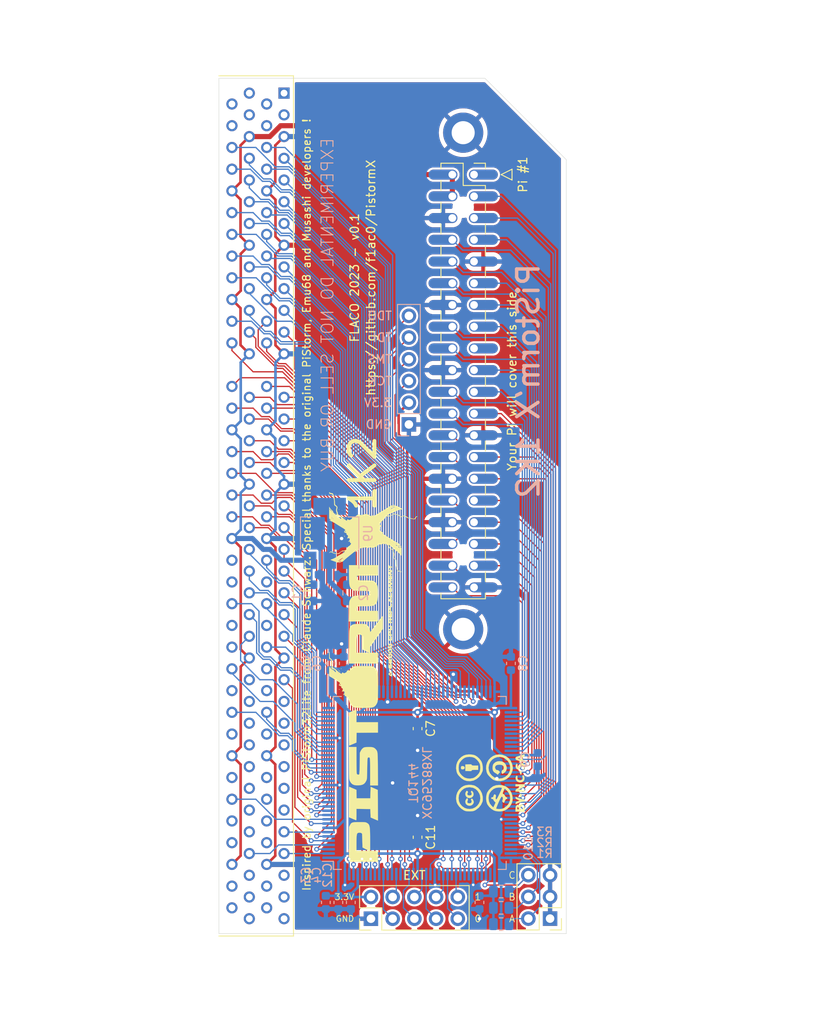
<source format=kicad_pcb>
(kicad_pcb (version 20221018) (generator pcbnew)
  (title_block (title "PiStorm'X 1K2") (date "2023-05-25") (rev "0.1") (company "FLACO") (comment 1 "PiStorm adapter board with Xilinx CPLD") (comment 2 "Amiga 1200 version"))
  (layers (0 "F.Cu" signal) (31 "B.Cu" signal) (34 "B.Paste" user) (35 "F.Paste" user) (36 "B.SilkS" user "B.Silkscreen") (37 "F.SilkS" user "F.Silkscreen") (38 "B.Mask" user) (39 "F.Mask" user) (44 "Edge.Cuts" user))
  (net 0 "")
  (net 1 "+5V")
  (net 2 "GND")
  (net 3 "+3.3V")
  (net 14 "/_INT6")
  (net 15 "/_INT2")
  (net 19 "/_OVR")
  (net 24 "/_KB_RESET")
  (net 38 "/_BG")
  (net 39 "/_BR")
  (net 45 "/FC0")
  (net 46 "/FC1")
  (net 47 "/FC2")
  (net 49 "/CLK14")
  (net 50 "/_DSACK0")
  (net 51 "/_DSACK1")
  (net 54 "/_BERR")
  (net 55 "/RW")
  (net 56 "/_DS")
  (net 57 "/_AS")
  (net 58 "/SIZ0")
  (net 59 "/SIZ1")
  (net 62 "/_HALT")
  (net 63 "/_RST")
  (net 65 "/_IPL0")
  (net 66 "/_IPL1")
  (net 67 "/_IPL2")
  (net 68 "/D0")
  (net 69 "/D1")
  (net 70 "/D2")
  (net 71 "/D3")
  (net 72 "/D4")
  (net 73 "/D5")
  (net 74 "/D6")
  (net 75 "/D7")
  (net 76 "/D8")
  (net 77 "/D9")
  (net 78 "/D10")
  (net 79 "/D11")
  (net 80 "/D12")
  (net 81 "/D13")
  (net 82 "/D14")
  (net 83 "/D15")
  (net 84 "/D16")
  (net 85 "/D17")
  (net 86 "/D18")
  (net 87 "/D19")
  (net 88 "/D20")
  (net 89 "/D21")
  (net 90 "/D22")
  (net 91 "/D23")
  (net 92 "/D24")
  (net 93 "/D25")
  (net 94 "/D26")
  (net 95 "/D27")
  (net 96 "/D28")
  (net 97 "/D29")
  (net 98 "/D30")
  (net 99 "/D31")
  (net 100 "/A0")
  (net 101 "/A1")
  (net 102 "/A2")
  (net 103 "/A3")
  (net 104 "/A4")
  (net 105 "/A5")
  (net 106 "/A6")
  (net 107 "/A7")
  (net 108 "/A8")
  (net 109 "/A9")
  (net 110 "/A10")
  (net 111 "/A11")
  (net 112 "/A12")
  (net 113 "/A13")
  (net 114 "/A14")
  (net 115 "/A15")
  (net 116 "/A16")
  (net 117 "/A17")
  (net 118 "/A18")
  (net 119 "/A19")
  (net 120 "/A20")
  (net 121 "/A21")
  (net 122 "/A22")
  (net 123 "/A23")
  (net 132 "/SPARE0")
  (net 133 "/SPARE1")
  (net 134 "/SPARE2")
  (net 135 "/SPARE3")
  (net 136 "/SPARE4")
  (net 137 "/SPARE5")
  (net 138 "/SPARE6")
  (net 139 "/SPARE7")
  (net 140 "Net-(JP1-B)")
  (net 141 "/GPIO2")
  (net 142 "/GPIO3")
  (net 143 "/GPIO4")
  (net 144 "/GPIO14")
  (net 145 "/GPIO15")
  (net 146 "/GPIO17")
  (net 147 "/GPIO18")
  (net 148 "/GPIO27")
  (net 149 "/GPIO22")
  (net 150 "/GPIO23")
  (net 151 "/GPIO24")
  (net 152 "/GPIO10")
  (net 153 "/GPIO9")
  (net 154 "/GPIO25")
  (net 155 "/GPIO11")
  (net 156 "/GPIO8")
  (net 157 "/GPIO7")
  (net 158 "/GPIO0")
  (net 159 "/GPIO1")
  (net 160 "/GPIO5")
  (net 161 "/GPIO6")
  (net 162 "/GPIO12")
  (net 163 "/GPIO13")
  (net 164 "/GPIO19")
  (net 165 "/GPIO16")
  (net 166 "/GPIO26")
  (net 167 "/GPIO20")
  (net 168 "/GPIO21")
  (net 169 "/TDO")
  (net 170 "/TCK")
  (net 171 "/TMS")
  (net 172 "/TDI")
  (net 173 "/SPAREA")
  (net 174 "/SPAREB")
  (net 175 "/SPAREC")
  (footprint "Sassa:PinSocket_2x20_P2.54mm_Vertical_SMD+THT_DoubleSide" (layer "F.Cu") (at 123.825 60.325)
    (fp_text reference "J2" hide)
    (fp_text value "Raspberry_Pi_2_3")
  )
  (footprint "MountingHole:MountingHole_2.7mm_M2.5_DIN965_Pad" (layer "F.Cu") (at 122.555 113.485)
    (fp_text reference "H2" hide)
    (fp_text value "MountingHole_Pad")
  )
  (footprint "Sassa:PIC_PistormX_43x10mm" (layer "F.Cu") (at 112.395 120.65 90)
    (fp_text reference "FID1" hide)
    (fp_text value "Logo" hide)
  )
  (footprint "Capacitor_SMD:C_0603_1608Metric" (layer "F.Cu") (at 117.221 125.095 -90)
    (fp_text reference "C7")
    (fp_text value "100n")
  )
  (footprint "Sassa:FCN-225J150-GA_90deg_A1200" (layer "F.Cu") (at 101.6 50.8 90)
    (fp_text reference "CN1" hide)
    (fp_text value "FCN-225J150-GA_90deg_A1200" hide)
  )
  (footprint "Capacitor_SMD:C_0603_1608Metric" (layer "F.Cu") (at 117.221 137.795 90)
    (fp_text reference "C11")
    (fp_text value "100n")
  )
  (footprint "Connector_PinHeader_2.54mm:PinHeader_2x05_P2.54mm_Vertical" (layer "F.Cu") (at 111.765 147.32 90)
    (fp_text reference "J1" hide)
    (fp_text value "EXT")
  )
  (footprint "Connector_PinHeader_2.54mm:PinHeader_2x03_P2.54mm_Vertical" (layer "F.Cu") (at 132.72 147.305 180)
    (fp_text reference "J4" hide)
    (fp_text value "EXT2")
  )
  (footprint "Sassa:CC_BY_NC_SA_square_silkscreen" (layer "F.Cu") (at 125.73 131.445 90)
    (fp_text reference "FID2" hide)
    (fp_text value "License" hide)
  )
  (footprint "MountingHole:MountingHole_2.7mm_M2.5_DIN965_Pad" (layer "F.Cu") (at 122.555 55.425)
    (fp_text reference "H1" hide)
    (fp_text value "MountingHole_Pad")
  )
  (footprint "Capacitor_SMD:C_0805_2012Metric" (layer "B.Cu") (at 104.775 109.22 -90)
    (fp_text reference "C1")
    (fp_text value "10u")
  )
  (footprint "Capacitor_SMD:C_0603_1608Metric" (layer "B.Cu") (at 108.585 117.475 90)
    (fp_text reference "C6")
    (fp_text value "100n")
  )
  (footprint "Capacitor_SMD:C_0603_1608Metric" (layer "B.Cu") (at 131.2545 128.7145 -90)
    (fp_text reference "C9")
    (fp_text value "100n")
  )
  (footprint "Capacitor_SMD:C_0805_2012Metric" (layer "B.Cu") (at 109.22 109.22 90)
    (fp_text reference "C2")
    (fp_text value "10u")
  )
  (footprint "Capacitor_SMD:C_0603_1608Metric" (layer "B.Cu") (at 106.4895 145.415 -90)
    (fp_text reference "C3")
    (fp_text value "100n")
  )
  (footprint "Connector_PinHeader_2.54mm:PinHeader_1x06_P2.54mm_Vertical" (layer "B.Cu") (at 116.205 89.535)
    (fp_text reference "J3" hide)
    (fp_text value "PROG")
  )
  (footprint "Resistor_SMD:R_0805_2012Metric" (layer "B.Cu") (at 127 146.05)
    (fp_text reference "R2")
    (fp_text value "10k")
  )
  (footprint "Capacitor_SMD:C_0603_1608Metric" (layer "B.Cu") (at 124.46 145.415 -90)
    (fp_text reference "C10")
    (fp_text value "100n")
  )
  (footprint "Capacitor_SMD:C_0603_1608Metric" (layer "B.Cu") (at 107.061 117.475 90)
    (fp_text reference "C5")
    (fp_text value "100n")
  )
  (footprint "Package_TO_SOT_SMD:SOT-223-3_TabPin2" (layer "B.Cu") (at 106.934 102.26 90)
    (fp_text reference "U9")
    (fp_text value "AMS1117-3.3")
  )
  (footprint "Resistor_SMD:R_0805_2012Metric" (layer "B.Cu") (at 127 147.955)
    (fp_text reference "R1")
    (fp_text value "10k")
  )
  (footprint "Capacitor_SMD:C_0603_1608Metric" (layer "B.Cu") (at 128.143 117.475 90)
    (fp_text reference "C8")
    (fp_text value "100n")
  )
  (footprint "Package_QFP:TQFP-144_20x20mm_P0.5mm" (layer "B.Cu") (at 117.475 131.445)
    (fp_text reference "U1" hide)
    (fp_text value "XC95288XL-TQ144")
  )
  (footprint "Capacitor_SMD:C_0603_1608Metric" (layer "B.Cu") (at 107.95 145.415 -90)
    (fp_text reference "C4")
    (fp_text value "100n")
  )
  (footprint "Resistor_SMD:R_0805_2012Metric" (layer "B.Cu") (at 127 144.145)
    (fp_text reference "R3")
    (fp_text value "10k")
  )
  (footprint "Capacitor_SMD:C_0603_1608Metric" (layer "B.Cu") (at 109.4105 145.415 -90)
    (fp_text reference "C12")
    (fp_text value "100n")
  )
  (gr_line (start 127 60.325) (end 128.27 60.96) (stroke (width 0.12)) (layer "F.SilkS"))
  (gr_line (start 128.27 60.96) (end 128.27 59.69) (stroke (width 0.12)) (layer "F.SilkS"))
  (gr_line (start 128.27 59.69) (end 127 60.325) (stroke (width 0.12)) (layer "F.SilkS"))
  (gr_line (start 93.98 49.06) (end 93.98 149.06) (stroke (width 0.05)) (layer "Edge.Cuts"))
  (gr_line (start 93.98 49.06) (end 125.095 49.06) (stroke (width 0.05)) (layer "Edge.Cuts"))
  (gr_line (start 134.62 58.585) (end 125.095 49.06) (stroke (width 0.05)) (layer "Edge.Cuts"))
  (gr_line (start 93.98 149.06) (end 134.62 149.06) (stroke (width 0.05)) (layer "Edge.Cuts"))
  (gr_line (start 134.62 149.06) (end 134.62 58.585) (stroke (width 0.05)) (layer "Edge.Cuts"))
  (gr_text "3.3V" (at 114.3 86.995) (layer "B.SilkS") (effects (font (size 1 1)) (justify left mirror)))
  (gr_text "EXPERIMENTAL DO NOT SELL OR BUY" (at 106.68 75.565 90) (layer "B.SilkS") (effects (font (size 1.4 1.4) (thickness 0.12)) (justify mirror)))
  (gr_text "GND" (at 114.3 89.535) (layer "B.SilkS") (effects (font (size 1 1)) (justify left mirror)))
  (gr_text "PiStorm'X 1K2" (at 130.175 84.455 90) (layer "B.SilkS") (effects (font (size 2.5 2.5) (thickness 0.4)) (justify mirror)))
  (gr_text "TCK" (at 114.3 84.455) (layer "B.SilkS") (effects (font (size 1 1)) (justify left mirror)))
  (gr_text "TDI" (at 114.3 79.375) (layer "B.SilkS") (effects (font (size 1 1)) (justify left mirror)))
  (gr_text "XC95288XL\nTQ144" (at 117.475 131.445 -90) (layer "B.SilkS") (effects (font (size 1 1)) (justify mirror)))
  (gr_text "TDO" (at 114.3 76.835) (layer "B.SilkS") (effects (font (size 1 1)) (justify left mirror)))
  (gr_text "TMS" (at 114.3 81.915) (layer "B.SilkS") (effects (font (size 1 1)) (justify left mirror)))
  (gr_text "GND" (at 109.855 147.32) (layer "F.SilkS") (effects (font (size 0.7 0.7) (thickness 0.1)) (justify right)))
  (gr_text "https://github.com/f1ac0/PistormX" (at 111.76 72.39 90) (layer "F.SilkS") (effects (font (size 1 1))))
  (gr_text "Inspired by original PiStorm32Lite from Claude Schwarz. Special thanks to the original PiStorm, Emu68 and Musashi developers !" (at 104.775 144.145 90) (layer "F.SilkS") (effects (font (size 0.9 0.9) (thickness 0.14)) (justify left bottom)))
  (gr_text "C" (at 128.27 142.24) (layer "F.SilkS") (effects (font (size 0.8 0.8) (thickness 0.1))))
  (gr_text "1" (at 123.825 144.78) (layer "F.SilkS") (effects (font (size 0.8 0.8) (thickness 0.1)) (justify left)))
  (gr_text "EXT" (at 116.84 142.24) (layer "F.SilkS") (effects (font (size 1 1))))
  (gr_text "0" (at 123.825 147.32) (layer "F.SilkS") (effects (font (size 0.8 0.8) (thickness 0.1)) (justify left)))
  (gr_text "FLACO 2023 - v0.1" (at 109.855 72.39 90) (layer "F.SilkS") (effects (font (size 1 1))))
  (gr_text "B" (at 128.27 144.78) (layer "F.SilkS") (effects (font (size 0.8 0.8) (thickness 0.1))))
  (gr_text "Pi #1" (at 129.54 60.325 90) (layer "F.SilkS") (effects (font (size 1 1))))
  (gr_text "Your Pi will cover this side" (at 128.27 84.455 90) (layer "F.SilkS") (effects (font (size 1 1))))
  (gr_text "3.3V" (at 109.855 144.78) (layer "F.SilkS") (effects (font (size 0.7 0.7) (thickness 0.1)) (justify right)))
  (gr_text "1K2" (at 110.8075 95.25 90) (layer "F.SilkS") (effects (font (size 3 3) (thickness 0.45))))
  (gr_text "A" (at 128.27 147.32) (layer "F.SilkS") (effects (font (size 0.8 0.8) (thickness 0.1))))
  (segment (start 96.532 115.836) (end 96.532 103.898) (width 0.3) (layer "F.Cu") (net 1))
  (segment (start 97.536 68.58) (end 96.508 67.552) (width 0.3) (layer "F.Cu") (net 1))
  (segment (start 101.200003 54.61) (end 111.76 54.61) (width 0.6) (layer "F.Cu") (net 1))
  (segment (start 96.532 73.902) (end 96.532 69.584) (width 0.3) (layer "F.Cu") (net 1))
  (segment (start 96.508 63.234) (end 95.504 62.23) (width 0.3) (layer "F.Cu") (net 1))
  (segment (start 95.504 62.23) (end 96.508 61.226) (width 0.3) (layer "F.Cu") (net 1))
  (segment (start 95.504 128.27) (end 96.532 127.242) (width 0.3) (layer "F.Cu") (net 1))
  (segment (start 111.76 54.61) (end 117.475 60.325) (width 0.6) (layer "F.Cu") (net 1))
  (segment (start 97.536 55.88) (end 99.930003 55.88) (width 0.6) (layer "F.Cu") (net 1))
  (segment (start 96.532 117.844) (end 97.536 116.84) (width 0.3) (layer "F.Cu") (net 1))
  (segment (start 96.532 127.242) (end 96.532 117.844) (width 0.3) (layer "F.Cu") (net 1))
  (segment (start 95.504 74.93) (end 96.532 73.902) (width 0.3) (layer "F.Cu") (net 1))
  (segment (start 96.52 129.286) (end 95.504 128.27) (width 0.3) (layer "F.Cu") (net 1))
  (segment (start 97.536 81.28) (end 96.508 80.252) (width 0.3) (layer "F.Cu") (net 1))
  (segment (start 96.508 56.908) (end 97.536 55.88) (width 0.3) (layer "F.Cu") (net 1))
  (segment (start 117.475 60.325) (end 121.285 60.325) (width 0.6) (layer "F.Cu") (net 1))
  (segment (start 97.536 116.84) (end 96.532 115.836) (width 0.3) (layer "F.Cu") (net 1))
  (segment (start 96.508 61.226) (end 96.508 56.908) (width 0.3) (layer "F.Cu") (net 1))
  (segment (start 96.508 80.252) (end 96.508 75.934) (width 0.3) (layer "F.Cu") (net 1))
  (segment (start 96.508 67.552) (end 96.508 63.234) (width 0.3) (layer "F.Cu") (net 1))
  (segment (start 121.285 60.325) (end 121.285 62.865) (width 0.6) (layer "F.Cu") (net 1))
  (segment (start 96.52 139.954) (end 96.52 129.286) (width 0.3) (layer "F.Cu") (net 1))
  (segment (start 96.508 75.934) (end 95.504 74.93) (width 0.3) (layer "F.Cu") (net 1))
  (segment (start 96.532 103.898) (end 95.504 102.87) (width 0.3) (layer "F.Cu") (net 1))
  (segment (start 96.532 69.584) (end 97.536 68.58) (width 0.3) (layer "F.Cu") (net 1))
  (segment (start 95.504 140.97) (end 96.52 139.954) (width 0.3) (layer "F.Cu") (net 1))
  (segment (start 99.930003 55.88) (end 101.200003 54.61) (width 0.6) (layer "F.Cu") (net 1))
  (segment (start 96.532 89.142) (end 96.532 82.284) (width 0.3) (layer "B.Cu") (net 1))
  (segment (start 96.532 101.842) (end 96.532 97.524) (width 0.3) (layer "B.Cu") (net 1))
  (segment (start 96.532 82.284) (end 97.536 81.28) (width 0.3) (layer "B.Cu") (net 1))
  (segment (start 97.898003 102.87) (end 99.168003 104.14) (width 0.6) (layer "B.Cu") (net 1))
  (segment (start 96.532 97.524) (end 97.536 96.52) (width 0.3) (layer "B.Cu") (net 1))
  (segment (start 103.974 105.41) (end 104.634 104.75) (width 0.6) (layer "B.Cu") (net 1))
  (segment (start 101.237997 105.41) (end 103.974 105.41) (width 0.6) (layer "B.Cu") (net 1))
  (segment (start 97.536 96.52) (end 96.532 95.516) (width 0.3) (layer "B.Cu") (net 1))
  (segment (start 96.532 91.198) (end 95.504 90.17) (width 0.3) (layer "B.Cu") (net 1))
  (segment (start 104.634 105.41) (end 104.634 108.129) (width 0.6) (layer "B.Cu") (net 1))
  (segment (start 99.168003 104.14) (end 99.967997 104.14) (width 0.6) (layer "B.Cu") (net 1))
  (segment (start 95.504 102.87) (end 97.898003 102.87) (width 0.6) (layer "B.Cu") (net 1))
  (segment (start 104.634 108.129) (end 104.775 108.27) (width 0.6) (layer "B.Cu") (net 1))
  (segment (start 95.504 90.17) (end 96.532 89.142) (width 0.3) (layer "B.Cu") (net 1))
  (segment (start 96.532 95.516) (end 96.532 91.198) (width 0.3) (layer "B.Cu") (net 1))
  (segment (start 95.504 102.87) (end 96.532 101.842) (width 0.3) (layer "B.Cu") (net 1))
  (segment (start 99.967997 104.14) (end 101.237997 105.41) (width 0.6) (layer "B.Cu") (net 1))
  (segment (start 100.572 69.608) (end 101.6 68.58) (width 0.3) (layer "F.Cu") (net 2))
  (segment (start 100.596 127.242) (end 100.596 117.844) (width 0.3) (layer "F.Cu") (net 2))
  (segment (start 107.95 55.88) (end 101.6 55.88) (width 0.3) (layer "F.Cu") (net 2))
  (segment (start 99.568 128.27) (end 100.596 127.242) (width 0.3) (layer "F.Cu") (net 2))
  (segment (start 99.568 62.23) (end 100.572 61.226) (width 0.3) (layer "F.Cu") (net 2))
  (segment (start 100.572 73.926) (end 100.572 69.608) (width 0.3) (layer "F.Cu") (net 2))
  (segment (start 100.572 129.274) (end 99.568 128.27) (width 0.3) (layer "F.Cu") (net 2))
  (segment (start 100.596 67.576) (end 100.596 63.258) (width 0.3) (layer "F.Cu") (net 2))
  (segment (start 100.596 63.258) (end 99.568 62.23) (width 0.3) (layer "F.Cu") (net 2))
  (segment (start 100.572 56.908) (end 101.6 55.88) (width 0.3) (layer "F.Cu") (net 2))
  (segment (start 100.596 80.276) (end 100.596 75.958) (width 0.3) (layer "F.Cu") (net 2))
  (segment (start 100.572 61.226) (end 100.572 56.908) (width 0.3) (layer "F.Cu") (net 2))
  (segment (start 100.596 75.958) (end 99.568 74.93) (width 0.3) (layer "F.Cu") (net 2))
  (segment (start 101.6 68.58) (end 103.0605 68.58) (width 0.6) (layer "F.Cu") (net 2))
  (segment (start 121.285 65.405) (end 117.475 65.405) (width 0.3) (layer "F.Cu") (net 2))
  (segment (start 100.596 117.844) (end 101.6 116.84) (width 0.3) (layer "F.Cu") (net 2))
  (segment (start 99.568 74.93) (end 100.572 73.926) (width 0.3) (layer "F.Cu") (net 2))
  (segment (start 101.6 81.28) (end 100.596 80.276) (width 0.3) (layer "F.Cu") (net 2))
  (segment (start 117.475 65.405) (end 107.95 55.88) (width 0.3) (layer "F.Cu") (net 2))
  (segment (start 99.568 140.97) (end 103.505 140.97) (width 0.6) (layer "F.Cu") (net 2))
  (segment (start 101.6 68.58) (end 100.596 67.576) (width 0.3) (layer "F.Cu") (net 2))
  (segment (start 100.596 103.898) (end 99.568 102.87) (width 0.3) (layer "F.Cu") (net 2))
  (segment (start 100.572 139.966) (end 100.572 129.274) (width 0.3) (layer "F.Cu") (net 2))
  (segment (start 101.6 116.84) (end 100.596 115.836) (width 0.3) (layer "F.Cu") (net 2))
  (segment (start 101.6 96.52) (end 103.0605 96.52) (width 0.6) (layer "F.Cu") (net 2))
  (segment (start 99.568 140.97) (end 100.572 139.966) (width 0.3) (layer "F.Cu") (net 2))
  (segment (start 100.596 115.836) (end 100.596 103.898) (width 0.3) (layer "F.Cu") (net 2))
  (via (at 126.492 130.937) (size 0.8) (drill 0.4) (layers "F.Cu" "B.Cu") (net 2))
  (via (at 108.0955 131.695) (size 0.56) (drill 0.3) (layers "F.Cu" "B.Cu") (net 2))
  (via (at 108.331 102.87) (size 0.8) (drill 0.4) (layers "F.Cu" "B.Cu") (net 2))
  (via (at 119.2795 143.383) (size 0.56) (drill 0.3) (layers "F.Cu" "B.Cu") (net 2))
  (via (at 108.725 143.383) (size 0.56) (drill 0.3) (layers "F.Cu" "B.Cu") (net 2))
  (via (at 117.221 135.255) (size 0.8) (drill 0.4) (layers "F.Cu" "B.Cu") (net 2))
  (via (at 127 135.695) (size 0.56) (drill 0.3) (layers "F.Cu" "B.Cu") (net 2))
  (via (at 114.3 131.445) (size 0.8) (drill 0.4) (layers "F.Cu" "B.Cu") (net 2))
  (via (at 108.331 115.189) (size 0.8) (drill 0.4) (layers "F.Cu" "B.Cu") (net 2))
  (via (at 123.725 143.3605) (size 0.56) (drill 0.3) (layers "F.Cu" "B.Cu") (net 2))
  (via (at 108.0955 126.195) (size 0.56) (drill 0.3) (layers "F.Cu" "B.Cu") (net 2))
  (via (at 124.46 147.32) (size 0.8) (drill 0.4) (layers "F.Cu" "B.Cu") (net 2))
  (via (at 121.3995 118.745) (size 0.8) (drill 0.4) (layers "F.Cu" "B.Cu") (net 2))
  (via (at 117.221 127.635) (size 0.8) (drill 0.4) (layers "F.Cu" "B.Cu") (net 2))
  (via (at 113.710978 121.979835) (size 0.8) (drill 0.4) (layers "F.Cu" "B.Cu") (net 2))
  (segment (start 124.46 146.19) (end 124.46 147.32) (width 0.3) (layer "B.Cu") (net 2))
  (segment (start 101.6 95.595105) (end 100.572 94.567105) (width 0.3) (layer "B.Cu") (net 2))
  (segment (start 100.596 82.284) (end 101.6 81.28) (width 0.3) (layer "B.Cu") (net 2))
  (segment (start 119.225 142.1075) (end 119.225 143.3285) (width 0.3) (layer "B.Cu") (net 2))
  (segment (start 99.568 90.17) (end 100.596 89.142) (width 0.3) (layer "B.Cu") (net 2))
  (segment (start 100.596 89.142) (end 100.596 82.284) (width 0.3) (layer "B.Cu") (net 2))
  (segment (start 99.568 140.97) (end 103.505 140.97) (width 0.6) (layer "B.Cu") (net 2))
  (segment (start 100.572 94.567105) (end 100.572 91.174) (width 0.3) (layer "B.Cu") (net 2))
  (segment (start 113.725 121.965813) (end 113.710978 121.979835) (width 0.3) (layer "B.Cu") (net 2))
  (segment (start 127 135.695) (end 128.1375 135.695) (width 0.3) (layer "B.Cu") (net 2))
  (segment (start 108.0955 131.695) (end 106.8125 131.695) (width 0.3) (layer "B.Cu") (net 2))
  (segment (start 113.725 120.7825) (end 113.725 121.965813) (width 0.3) (layer "B.Cu") (net 2))
  (segment (start 101.6 81.28) (end 103.0605 81.28) (width 0.6) (layer "B.Cu") (net 2))
  (segment (start 100.572 91.174) (end 99.568 90.17) (width 0.3) (layer "B.Cu") (net 2))
  (segment (start 108.0955 126.195) (end 106.8125 126.195) (width 0.3) (layer "B.Cu") (net 2))
  (segment (start 99.568 102.87) (end 103.505 102.87) (width 0.6) (layer "B.Cu") (net 2))
  (segment (start 126.75 131.195) (end 128.1375 131.195) (width 0.3) (layer "B.Cu") (net 2))
  (segment (start 126.492 130.937) (end 126.734 130.695) (width 0.3) (layer "B.Cu") (net 2))
  (segment (start 108.725 143.383) (end 108.725 142.1075) (width 0.3) (layer "B.Cu") (net 2))
  (segment (start 99.568 102.87) (end 100.596 101.842) (width 0.3) (layer "B.Cu") (net 2))
  (segment (start 126.734 130.695) (end 128.1375 130.695) (width 0.3) (layer "B.Cu") (net 2))
  (segment (start 101.6 55.88) (end 103.0605 55.88) (width 0.6) (layer "B.Cu") (net 2))
  (segment (start 123.725 143.3605) (end 123.725 142.1075) (width 0.3) (layer "B.Cu") (net 2))
  (segment (start 100.596 101.842) (end 100.596 97.524) (width 0.3) (layer "B.Cu") (net 2))
  (segment (start 119.225 143.3285) (end 119.2795 143.383) (width 0.3) (layer "B.Cu") (net 2))
  (segment (start 121.225 118.9195) (end 121.3995 118.745) (width 0.3) (layer "B.Cu") (net 2))
  (segment (start 100.596 97.524) (end 101.6 96.52) (width 0.3) (layer "B.Cu") (net 2))
  (segment (start 101.6 96.52) (end 103.0605 96.52) (width 0.6) (layer "B.Cu") (net 2))
  (segment (start 121.225 120.7825) (end 121.225 118.9195) (width 0.3) (layer "B.Cu") (net 2))
  (segment (start 101.6 96.52) (end 101.6 95.595105) (width 0.3) (layer "B.Cu") (net 2))
  (segment (start 126.492 130.937) (end 126.75 131.195) (width 0.3) (layer "B.Cu") (net 2))
  (segment (start 117.221 139.7) (end 117.221 138.57) (width 0.3) (layer "F.Cu") (net 3))
  (segment (start 123.771 120.736) (end 122.075072 120.736) (width 0.3) (layer "F.Cu") (net 3))
  (segment (start 126.225 123.19) (end 123.771 120.736) (width 0.3) (layer "F.Cu") (net 3))
  (segment (start 115.005 90.72146) (end 115.005 88.195) (width 0.3) (layer "F.Cu") (net 3))
  (segment (start 115.005 88.195) (end 116.205 86.995) (width 0.3) (layer "F.Cu") (net 3))
  (segment (start 116.005022 114.66595) (end 116.005022 91.721482) (width 0.3) (layer "F.Cu") (net 3))
  (segment (start 116.005022 91.721482) (end 115.005 90.72146) (width 0.3) (layer "F.Cu") (net 3))
  (segment (start 117.221 124.32) (end 117.221 123.19) (width 0.3) (layer "F.Cu") (net 3))
  (segment (start 122.075072 120.736) (end 116.005022 114.66595) (width 0.3) (layer "F.Cu") (net 3))
  (via (at 117.221 123.19) (size 0.8) (drill 0.4) (layers "F.Cu" "B.Cu") (net 3))
  (via (at 126.225 123.19) (size 0.8) (drill 0.4) (layers "F.Cu" "B.Cu") (net 3))
  (via (at 117.221 139.7) (size 0.8) (drill 0.4) (layers "F.Cu" "B.Cu") (net 3))
  (segment (start 128.1375 128.195) (end 130.999 128.195) (width 0.3) (layer "B.Cu") (net 3))
  (segment (start 124.46 144.64) (end 125.5925 144.64) (width 0.3) (layer "B.Cu") (net 3))
  (segment (start 107.739 136.695) (end 106.8125 136.695) (width 0.3) (layer "B.Cu") (net 3))
  (segment (start 128.143 118.25) (end 128.143 122.6895) (width 0.3) (layer "B.Cu") (net 3))
  (segment (start 125.735 139.705) (end 126.225 140.195) (width 0.3) (layer "B.Cu") (net 3))
  (segment (start 117.426041 123.19) (end 117.221 123.19) (width 0.3) (layer "B.Cu") (net 3))
  (segment (start 111.225 122.455) (end 110.49 123.19) (width 0.3) (layer "B.Cu") (net 3))
  (segment (start 108.469045 140.195) (end 106.8125 140.195) (width 0.3) (layer "B.Cu") (net 3))
  (segment (start 106.934 107.884) (end 109.6645 110.6145) (width 0.6) (layer "B.Cu") (net 3))
  (segment (start 127.11198 128.195) (end 128.1375 128.195) (width 0.3) (layer "B.Cu") (net 3))
  (segment (start 126.225 140.195) (end 126.225 142.1075) (width 0.3) (layer "B.Cu") (net 3))
  (segment (start 106.934 105.41) (end 106.934 107.884) (width 0.6) (layer "B.Cu") (net 3))
  (segment (start 126.225 127.30802) (end 127.11198 128.195) (width 0.3) (layer "B.Cu") (net 3))
  (segment (start 108.725 139.939045) (end 108.469045 140.195) (width 0.3) (layer "B.Cu") (net 3))
  (segment (start 108.73 139.705) (end 108.725 139.7) (width 0.3) (layer "B.Cu") (net 3))
  (segment (start 126.225 123.19) (end 126.225 127.30802) (width 0.3) (layer "B.Cu") (net 3))
  (segment (start 109.6645 110.6145) (end 109.6645 117.2845) (width 0.6) (layer "B.Cu") (net 3))
  (segment (start 110.225 143.635) (end 109.22 144.64) (width 0.3) (layer "B.Cu") (net 3))
  (segment (start 125.5925 144.64) (end 126.0875 144.145) (width 0.3) (layer "B.Cu") (net 3))
  (segment (start 107.1245 118.25) (end 107.1245 120.9545) (width 0.6) (layer "B.Cu") (net 3))
  (segment (start 117.221 123.19) (end 109.36 123.19) (width 0.3) (layer "B.Cu") (net 3))
  (segment (start 126.225 144.0075) (end 126.0875 144.145) (width 0.3) (layer "B.Cu") (net 3))
  (segment (start 106.934 105.41) (end 106.934 99.11) (width 0.6) (layer "B.Cu") (net 3))
  (segment (start 126.0875 144.145) (end 126.0875 146.05) (width 0.3) (layer "B.Cu") (net 3))
  (segment (start 130.999 128.195) (end 131.2545 127.9395) (width 0.3) (layer "B.Cu") (net 3))
  (segment (start 107.1245 120.9545) (end 108.725 122.555) (width 0.6) (layer "B.Cu") (net 3))
  (segment (start 126.225 142.1075) (end 126.225 144.0075) (width 0.3) (layer "B.Cu") (net 3))
  (segment (start 111.225 120.7825) (end 111.225 122.455) (width 0.3) (layer "B.Cu") (net 3))
  (segment (start 109.36 123.19) (end 108.725 122.555) (width 0.3) (layer "B.Cu") (net 3))
  (segment (start 107.95 140.714045) (end 107.95 144.64) (width 0.3) (layer "B.Cu") (net 3))
  (segment (start 128.143 122.6895) (end 128.1375 122.695) (width 0.3) (layer "B.Cu") (net 3))
  (segment (start 126.225 123.19) (end 126.72 122.695) (width 0.3) (layer "B.Cu") (net 3))
  (segment (start 117.221 123.19) (end 117.725 122.686) (width 0.3) (layer "B.Cu") (net 3))
  (segment (start 108.699 118.25) (end 107.1245 118.25) (width 0.6) (layer "B.Cu") (net 3))
  (segment (start 108.725 139.470955) (end 108.725 139.939045) (width 0.3) (layer "B.Cu") (net 3))
  (segment (start 109.22 144.64) (end 109.36 144.78) (width 0.3) (layer "B.Cu") (net 3))
  (segment (start 108.469045 140.195) (end 107.95 140.714045) (width 0.3) (layer "B.Cu") (net 3))
  (segment (start 118.245955 139.705) (end 108.73 139.705) (width 0.3) (layer "B.Cu") (net 3))
  (segment (start 110.225 142.1075) (end 110.225 143.635) (width 0.3) (layer "B.Cu") (net 3))
  (segment (start 126.0875 147.955) (end 126.0875 146.05) (width 0.3) (layer "B.Cu") (net 3))
  (segment (start 109.36 144.78) (end 111.765 144.78) (width 0.3) (layer "B.Cu") (net 3))
  (segment (start 126.72 122.695) (end 128.1375 122.695) (width 0.3) (layer "B.Cu") (net 3))
  (segment (start 117.725 122.686) (end 117.725 120.7825) (width 0.3) (layer "B.Cu") (net 3))
  (segment (start 108.725 122.555) (end 108.725 120.7825) (width 0.3) (layer "B.Cu") (net 3))
  (segment (start 107.95 144.64) (end 109.22 144.64) (width 0.3) (layer "B.Cu") (net 3))
  (segment (start 108.725 139.470955) (end 108.725 122.555) (width 0.3) (layer "B.Cu") (net 3))
  (segment (start 118.245955 139.705) (end 125.735 139.705) (width 0.3) (layer "B.Cu") (net 3))
  (segment (start 108.725 135.709) (end 107.739 136.695) (width 0.3) (layer "B.Cu") (net 3))
  (segment (start 107.95 144.64) (end 106.4895 144.64) (width 0.3) (layer "B.Cu") (net 3))
  (segment (start 108.725 120.7825) (end 108.725 118.263) (width 0.3) (layer "B.Cu") (net 3))
  (segment (start 109.6645 117.2845) (end 108.699 118.25) (width 0.6) (layer "B.Cu") (net 3))
  (segment (start 108.725 118.263) (end 108.712 118.25) (width 0.3) (layer "B.Cu") (net 3))
  (segment (start 126.225 123.19) (end 117.426041 123.19) (width 0.3) (layer "B.Cu") (net 3))
  (segment (start 117.225 142.1075) (end 117.225 139.704) (width 0.3) (layer "B.Cu") (net 3))
  (segment (start 100.954 138.695) (end 106.8125 138.695) (width 0.15) (layer "B.Cu") (net 14))
  (segment (start 99.949 139.7) (end 100.954 138.695) (width 0.15) (layer "B.Cu") (net 14))
  (segment (start 97.536 139.7) (end 99.949 139.7) (width 0.15) (layer "B.Cu") (net 14))
  (segment (start 104.317269 139.695) (end 106.8125 139.695) (width 0.15) (layer "B.Cu") (net 15))
  (segment (start 104.312269 139.7) (end 104.317269 139.695) (width 0.15) (layer "B.Cu") (net 15))
  (segment (start 101.6 139.7) (end 104.312269 139.7) (width 0.15) (layer "B.Cu") (net 15))
  (segment (start 101.635 137.195) (end 106.8125 137.195) (width 0.15) (layer "B.Cu") (net 19))
  (segment (start 101.6 137.16) (end 101.635 137.195) (width 0.15) (layer "B.Cu") (net 19))
  (segment (start 100.640966 135.695) (end 98.295966 133.35) (width 0.15) (layer "B.Cu") (net 24))
  (segment (start 98.295966 133.35) (end 95.504 133.35) (width 0.15) (layer "B.Cu") (net 24))
  (segment (start 106.8125 135.695) (end 100.640966 135.695) (width 0.15) (layer "B.Cu") (net 24))
  (segment (start 95.504 123.19) (end 98.298 123.19) (width 0.15) (layer "B.Cu") (net 38))
  (segment (start 102.033762 125.9205) (end 102.593 126.479738) (width 0.15) (layer "B.Cu") (net 38))
  (segment (start 98.298 123.19) (end 101.0285 125.9205) (width 0.15) (layer "B.Cu") (net 38))
  (segment (start 101.0285 125.9205) (end 102.033762 125.9205) (width 0.15) (layer "B.Cu") (net 38))
  (segment (start 102.593 126.479738) (end 102.593 127.675499) (width 0.15) (layer "B.Cu") (net 38))
  (segment (start 104.6125 129.695) (end 106.8125 129.695) (width 0.15) (layer "B.Cu") (net 38))
  (segment (start 102.593 127.675499) (end 104.6125 129.695) (width 0.15) (layer "B.Cu") (net 38))
  (segment (start 102.87 126.365001) (end 102.87 127.560762) (width 0.15) (layer "B.Cu") (net 39))
  (segment (start 99.568 124.0155) (end 101.196 125.6435) (width 0.15) (layer "B.Cu") (net 39))
  (segment (start 102.1485 125.6435) (end 102.87 126.365001) (width 0.15) (layer "B.Cu") (net 39))
  (segment (start 99.568 123.19) (end 99.568 124.0155) (width 0.15) (layer "B.Cu") (net 39))
  (segment (start 104.504238 129.195) (end 106.8125 129.195) (width 0.15) (layer "B.Cu") (net 39))
  (segment (start 102.87 127.560762) (end 104.504238 129.195) (width 0.15) (layer "B.Cu") (net 39))
  (segment (start 101.196 125.6435) (end 102.1485 125.6435) (width 0.15) (layer "B.Cu") (net 39))
  (segment (start 104.775 138.195) (end 102.593 136.013) (width 0.15) (layer "F.Cu") (net 45))
  (segment (start 102.593 136.013) (end 102.593 120.373) (width 0.15) (layer "F.Cu") (net 45))
  (segment (start 102.593 120.373) (end 101.6 119.38) (width 0.15) (layer "F.Cu") (net 45))
  (via (at 104.775 138.195) (size 0.56) (drill 0.3) (layers "F.Cu" "B.Cu") (net 45))
  (segment (start 104.775 138.195) (end 106.8125 138.195) (width 0.15) (layer "B.Cu") (net 45))
  (segment (start 106.8125 128.195) (end 105.716 128.195) (width 0.15) (layer "B.Cu") (net 46))
  (segment (start 105.716 128.195) (end 102.87 125.349) (width 0.15) (layer "B.Cu") (net 46))
  (segment (start 95.504 118.618) (end 95.504 118.11) (width 0.15) (layer "B.Cu") (net 46))
  (segment (start 98.806 121.92) (end 95.504 118.618) (width 0.15) (layer "B.Cu") (net 46))
  (segment (start 102.87 125.349) (end 102.87 124.46) (width 0.15) (layer "B.Cu") (net 46))
  (segment (start 100.33 121.92) (end 98.806 121.92) (width 0.15) (layer "B.Cu") (net 46))
  (segment (start 102.87 124.46) (end 100.33 121.92) (width 0.15) (layer "B.Cu") (net 46))
  (segment (start 103.978 117.7575) (end 103.978 124.298) (width 0.15) (layer "B.Cu") (net 49))
  (segment (start 99.568 115.57) (end 101.7905 115.57) (width 0.15) (layer "B.Cu") (net 49))
  (segment (start 105.375 125.695) (end 106.8125 125.695) (width 0.15) (layer "B.Cu") (net 49))
  (segment (start 103.978 124.298) (end 105.375 125.695) (width 0.15) (layer "B.Cu") (net 49))
  (segment (start 101.7905 115.57) (end 103.978 117.7575) (width 0.15) (layer "B.Cu") (net 49))
  (segment (start 96.52 115.316) (end 97.536 114.3) (width 0.15) (layer "B.Cu") (net 50))
  (segment (start 106.8125 127.695) (end 105.62875 127.695) (width 0.15) (layer "B.Cu") (net 50))
  (segment (start 105.62875 127.695) (end 103.147 125.21325) (width 0.15) (layer "B.Cu") (net 50))
  (segment (start 100.300283 119.38) (end 98.762195 119.38) (width 0.15) (layer "B.Cu") (net 50))
  (segment (start 98.762195 119.38) (end 96.52 117.137805) (width 0.15) (layer "B.Cu") (net 50))
  (segment (start 96.52 117.137805) (end 96.52 115.316) (width 0.15) (layer "B.Cu") (net 50))
  (segment (start 103.147 125.21325) (end 103.147 122.226717) (width 0.15) (layer "B.Cu") (net 50))
  (segment (start 103.147 122.226717) (end 100.300283 119.38) (width 0.15) (layer "B.Cu") (net 50))
  (segment (start 104.775 136.195) (end 102.87 134.29) (width 0.15) (layer "F.Cu") (net 51))
  (segment (start 102.87 134.29) (end 102.87 115.57) (width 0.15) (layer "F.Cu") (net 51))
  (segment (start 102.87 115.57) (end 101.6 114.3) (width 0.15) (layer "F.Cu") (net 51))
  (via (at 104.775 136.195) (size 0.56) (drill 0.3) (layers "F.Cu" "B.Cu") (net 51))
  (segment (start 106.8125 136.195) (end 104.775 136.195) (width 0.15) (layer "B.Cu") (net 51))
  (segment (start 97.536 111.76) (end 98.392 112.616) (width 0.15) (layer "B.Cu") (net 54))
  (segment (start 98.392 116.246238) (end 99.135763 116.99) (width 0.15) (layer "B.Cu") (net 54))
  (segment (start 102.3215 118.26) (end 103.424 119.3625) (width 0.15) (layer "B.Cu") (net 54))
  (segment (start 99.135763 116.99) (end 99.9085 116.99) (width 0.15) (layer "B.Cu") (net 54))
  (segment (start 101.1785 118.26) (end 102.3215 118.26) (width 0.15) (layer "B.Cu") (net 54))
  (segment (start 103.424 119.3625) (end 103.424 124.976881) (width 0.15) (layer "B.Cu") (net 54))
  (segment (start 99.9085 116.99) (end 101.1785 118.26) (width 0.15) (layer "B.Cu") (net 54))
  (segment (start 98.392 112.616) (end 98.392 116.246238) (width 0.15) (layer "B.Cu") (net 54))
  (segment (start 103.424 124.976881) (end 105.642119 127.195) (width 0.15) (layer "B.Cu") (net 54))
  (segment (start 105.642119 127.195) (end 106.8125 127.195) (width 0.15) (layer "B.Cu") (net 54))
  (segment (start 103.185 133.105) (end 103.185 113.345) (width 0.15) (layer "F.Cu") (net 55))
  (segment (start 103.185 113.345) (end 101.6 111.76) (width 0.15) (layer "F.Cu") (net 55))
  (segment (start 104.775 134.695) (end 103.185 133.105) (width 0.15) (layer "F.Cu") (net 55))
  (via (at 104.775 134.695) (size 0.56) (drill 0.3) (layers "F.Cu" "B.Cu") (net 55))
  (segment (start 106.8125 134.695) (end 104.775 134.695) (width 0.15) (layer "B.Cu") (net 55))
  (segment (start 100.023238 116.713) (end 101.293238 117.983) (width 0.15) (layer "B.Cu") (net 56))
  (segment (start 98.669 111.369) (end 98.669 116.1315) (width 0.15) (layer "B.Cu") (net 56))
  (segment (start 103.701 124.862143) (end 105.533857 126.695) (width 0.15) (layer "B.Cu") (net 56))
  (segment (start 95.504 110.49) (end 97.79 110.49) (width 0.15) (layer "B.Cu") (net 56))
  (segment (start 99.2505 116.713) (end 100.023238 116.713) (width 0.15) (layer "B.Cu") (net 56))
  (segment (start 103.701 119.247763) (end 103.701 124.862143) (width 0.15) (layer "B.Cu") (net 56))
  (segment (start 102.436237 117.983) (end 103.701 119.247763) (width 0.15) (layer "B.Cu") (net 56))
  (segment (start 101.293238 117.983) (end 102.436237 117.983) (width 0.15) (layer "B.Cu") (net 56))
  (segment (start 98.669 116.1315) (end 99.2505 116.713) (width 0.15) (layer "B.Cu") (net 56))
  (segment (start 97.79 110.49) (end 98.669 111.369) (width 0.15) (layer "B.Cu") (net 56))
  (segment (start 105.533857 126.695) (end 106.8125 126.695) (width 0.15) (layer "B.Cu") (net 56))
  (segment (start 104.255 116.527909) (end 102.616 114.888909) (width 0.15) (layer "B.Cu") (net 57))
  (segment (start 102.616 114.105433) (end 99.568 111.057433) (width 0.15) (layer "B.Cu") (net 57))
  (segment (start 99.568 111.057433) (end 99.568 110.49) (width 0.15) (layer "B.Cu") (net 57))
  (segment (start 104.255 123.813262) (end 104.255 116.527909) (width 0.15) (layer "B.Cu") (net 57))
  (segment (start 102.616 114.888909) (end 102.616 114.105433) (width 0.15) (layer "B.Cu") (net 57))
  (segment (start 106.8125 125.195) (end 105.636738 125.195) (width 0.15) (layer "B.Cu") (net 57))
  (segment (start 105.636738 125.195) (end 104.255 123.813262) (width 0.15) (layer "B.Cu") (net 57))
  (segment (start 102.893 111.148) (end 102.385 110.64) (width 0.15) (layer "B.Cu") (net 58))
  (segment (start 105.528476 124.695) (end 104.532 123.698524) (width 0.15) (layer "B.Cu") (net 58))
  (segment (start 106.8125 124.695) (end 105.528476 124.695) (width 0.15) (layer "B.Cu") (net 58))
  (segment (start 102.385 110.64) (end 101.040762 110.64) (width 0.15) (layer "B.Cu") (net 58))
  (segment (start 101.040762 110.64) (end 99.620762 109.22) (width 0.15) (layer "B.Cu") (net 58))
  (segment (start 102.893 114.774171) (end 102.893 111.148) (width 0.15) (layer "B.Cu") (net 58))
  (segment (start 99.620762 109.22) (end 97.536 109.22) (width 0.15) (layer "B.Cu") (net 58))
  (segment (start 104.532 116.413171) (end 102.893 114.774171) (width 0.15) (layer "B.Cu") (net 58))
  (segment (start 104.532 123.698524) (end 104.532 116.413171) (width 0.15) (layer "B.Cu") (net 58))
  (segment (start 103.462 132.382) (end 103.462 111.082) (width 0.15) (layer "F.Cu") (net 59))
  (segment (start 104.775 133.695) (end 103.462 132.382) (width 0.15) (layer "F.Cu") (net 59))
  (segment (start 103.462 111.082) (end 101.6 109.22) (width 0.15) (layer "F.Cu") (net 59))
  (via (at 104.775 133.695) (size 0.56) (drill 0.3) (layers "F.Cu" "B.Cu") (net 59))
  (segment (start 106.8125 133.695) (end 104.775 133.695) (width 0.15) (layer "B.Cu") (net 59))
  (segment (start 103.17 114.659433) (end 103.17 111.033262) (width 0.15) (layer "B.Cu") (net 62))
  (segment (start 106.8125 124.195) (end 105.420214 124.195) (width 0.15) (layer "B.Cu") (net 62))
  (segment (start 104.809 123.583786) (end 104.809 116.298433) (width 0.15) (layer "B.Cu") (net 62))
  (segment (start 102.499738 110.363) (end 101.1555 110.363) (width 0.15) (layer "B.Cu") (net 62))
  (segment (start 103.17 111.033262) (end 102.499738 110.363) (width 0.15) (layer "B.Cu") (net 62))
  (segment (start 99.735499 108.943) (end 98.783 108.943) (width 0.15) (layer "B.Cu") (net 62))
  (segment (start 97.536 107.696) (end 97.536 106.68) (width 0.15) (layer "B.Cu") (net 62))
  (segment (start 105.420214 124.195) (end 104.809 123.583786) (width 0.15) (layer "B.Cu") (net 62))
  (segment (start 104.809 116.298433) (end 103.17 114.659433) (width 0.15) (layer "B.Cu") (net 62))
  (segment (start 101.1555 110.363) (end 99.735499 108.943) (width 0.15) (layer "B.Cu") (net 62))
  (segment (start 98.783 108.943) (end 97.536 107.696) (width 0.15) (layer "B.Cu") (net 62))
  (segment (start 103.739 131.659) (end 103.739 108.819) (width 0.15) (layer "F.Cu") (net 63))
  (segment (start 103.739 108.819) (end 101.6 106.68) (width 0.15) (layer "F.Cu") (net 63))
  (segment (start 104.775 132.695) (end 103.739 131.659) (width 0.15) (layer "F.Cu") (net 63))
  (via (at 104.775 132.695) (size 0.56) (drill 0.3) (layers "F.Cu" "B.Cu") (net 63))
  (segment (start 106.8125 132.695) (end 104.775 132.695) (width 0.15) (layer "B.Cu") (net 63))
  (segment (start 106.8125 123.195) (end 106.8075 123.19) (width 0.15) (layer "B.Cu") (net 65))
  (segment (start 106.8075 123.19) (end 105.41 123.19) (width 0.15) (layer "B.Cu") (net 65))
  (segment (start 101.079738 107.8) (end 99.568 106.288262) (width 0.15) (layer "B.Cu") (net 65))
  (segment (start 105.363 123.143) (end 105.363 116.068957) (width 0.15) (layer "B.Cu") (net 65))
  (segment (start 99.568 106.288262) (end 99.568 105.41) (width 0.15) (layer "B.Cu") (net 65))
  (segment (start 103.724 114.429957) (end 103.724 109.2485) (width 0.15) (layer "B.Cu") (net 65))
  (segment (start 105.363 116.068957) (end 103.724 114.429957) (width 0.15) (layer "B.Cu") (net 65))
  (segment (start 102.275499 107.8) (end 101.079738 107.8) (width 0.15) (layer "B.Cu") (net 65))
  (segment (start 105.41 123.19) (end 105.363 123.143) (width 0.15) (layer "B.Cu") (net 65))
  (segment (start 103.724 109.2485) (end 102.275499 107.8) (width 0.15) (layer "B.Cu") (net 65))
  (segment (start 100.965 108.077) (end 97.536 104.648) (width 0.15) (layer "B.Cu") (net 66))
  (segment (start 103.447 114.544695) (end 103.447 109.363238) (width 0.15) (layer "B.Cu") (net 66))
  (segment (start 105.41 123.695) (end 105.086 123.371) (width 0.15) (layer "B.Cu") (net 66))
  (segment (start 105.086 123.371) (end 105.086 116.183695) (width 0.15) (layer "B.Cu") (net 66))
  (segment (start 102.160762 108.077) (end 100.965 108.077) (width 0.15) (layer "B.Cu") (net 66))
  (segment (start 106.8125 123.695) (end 105.41 123.695) (width 0.15) (layer "B.Cu") (net 66))
  (segment (start 105.086 116.183695) (end 103.447 114.544695) (width 0.15) (layer "B.Cu") (net 66))
  (segment (start 97.536 104.648) (end 97.536 104.14) (width 0.15) (layer "B.Cu") (net 66))
  (segment (start 103.447 109.363238) (end 102.160762 108.077) (width 0.15) (layer "B.Cu") (net 66))
  (segment (start 104.016 107.582738) (end 101.6 105.166738) (width 0.15) (layer "F.Cu") (net 67))
  (segment (start 104.016 130.436) (end 104.016 107.582738) (width 0.15) (layer "F.Cu") (net 67))
  (segment (start 104.775 131.195) (end 104.016 130.436) (width 0.15) (layer "F.Cu") (net 67))
  (segment (start 101.6 105.166738) (end 101.6 104.14) (width 0.15) (layer "F.Cu") (net 67))
  (via (at 104.775 131.195) (size 0.56) (drill 0.3) (layers "F.Cu" "B.Cu") (net 67))
  (segment (start 106.8125 131.195) (end 104.775 131.195) (width 0.15) (layer "B.Cu") (net 67))
  (segment (start 104.293 129.713) (end 104.293 105.4995) (width 0.15) (layer "F.Cu") (net 68))
  (segment (start 99.7585 101.6) (end 97.536 101.6) (width 0.15) (layer "F.Cu") (net 68))
  (segment (start 101.8135 103.02) (end 101.1785 103.02) (width 0.15) (layer "F.Cu") (net 68))
  (segment (start 101.1785 103.02) (end 99.7585 101.6) (width 0.15) (layer "F.Cu") (net 68))
  (segment (start 104.775 130.195) (end 104.293 129.713) (width 0.15) (layer "F.Cu") (net 68))
  (segment (start 104.293 105.4995) (end 101.8135 103.02) (width 0.15) (layer "F.Cu") (net 68))
  (via (at 104.775 130.195) (size 0.56) (drill 0.3) (layers "F.Cu" "B.Cu") (net 68))
  (segment (start 106.8125 130.195) (end 104.775 130.195) (width 0.15) (layer "B.Cu") (net 68))
  (segment (start 105.41 105.41) (end 101.6 101.6) (width 0.15) (layer "F.Cu") (net 69))
  (segment (start 105.41 130.695) (end 105.41 105.41) (width 0.15) (layer "F.Cu") (net 69))
  (via (at 105.41 130.695) (size 0.56) (drill 0.3) (layers "F.Cu" "B.Cu") (net 69))
  (segment (start 106.8125 130.695) (end 105.41 130.695) (width 0.15) (layer "B.Cu") (net 69))
  (segment (start 99.873237 101.323) (end 98.91 101.323) (width 0.15) (layer "F.Cu") (net 70))
  (segment (start 97.917 100.33) (end 95.504 100.33) (width 0.15) (layer "F.Cu") (net 70))
  (segment (start 101.293238 102.743) (end 99.873237 101.323) (width 0.15) (layer "F.Cu") (net 70))
  (segment (start 104.835091 128.7135) (end 104.835091 105.470091) (width 0.15) (layer "F.Cu") (net 70))
  (segment (start 98.91 101.323) (end 97.917 100.33) (width 0.15) (layer "F.Cu") (net 70))
  (segment (start 104.835091 105.470091) (end 102.108 102.743) (width 0.15) (layer "F.Cu") (net 70))
  (segment (start 102.108 102.743) (end 101.293238 102.743) (width 0.15) (layer "F.Cu") (net 70))
  (via (at 104.835091 128.7135) (size 0.56) (drill 0.3) (layers "F.Cu" "B.Cu") (net 70))
  (segment (start 106.8125 128.695) (end 104.853591 128.695) (width 0.15) (layer "B.Cu") (net 70))
  (segment (start 104.853591 128.695) (end 104.835091 128.7135) (width 0.15) (layer "B.Cu") (net 70))
  (segment (start 105.41 132.195) (end 106.045 131.56) (width 0.15) (layer "F.Cu") (net 71))
  (segment (start 106.045 131.56) (end 106.045 104.14) (width 0.15) (layer "F.Cu") (net 71))
  (segment (start 102.235 100.33) (end 99.568 100.33) (width 0.15) (layer "F.Cu") (net 71))
  (segment (start 106.045 104.14) (end 102.235 100.33) (width 0.15) (layer "F.Cu") (net 71))
  (via (at 105.41 132.195) (size 0.56) (drill 0.3) (layers "F.Cu" "B.Cu") (net 71))
  (segment (start 106.8125 132.195) (end 105.41 132.195) (width 0.15) (layer "B.Cu") (net 71))
  (segment (start 102.349737 100.053) (end 100.942 100.053) (width 0.15) (layer "F.Cu") (net 72))
  (segment (start 100.942 100.053) (end 99.949 99.06) (width 0.15) (layer "F.Cu") (net 72))
  (segment (start 106.322 132.301) (end 106.322 104.025262) (width 0.15) (layer "F.Cu") (net 72))
  (segment (start 106.322 104.025262) (end 102.349737 100.053) (width 0.15) (layer "F.Cu") (net 72))
  (segment (start 99.949 99.06) (end 97.536 99.06) (width 0.15) (layer "F.Cu") (net 72))
  (segment (start 105.428 133.195) (end 106.322 132.301) (width 0.15) (layer "F.Cu") (net 72))
  (via (at 105.428 133.195) (size 0.56) (drill 0.3) (layers "F.Cu" "B.Cu") (net 72))
  (segment (start 105.428 133.195) (end 106.8125 133.195) (width 0.15) (layer "B.Cu") (net 72))
  (segment (start 105.41 134.195) (end 106.599 133.006) (width 0.15) (layer "F.Cu") (net 73))
  (segment (start 101.748476 99.06) (end 101.6 99.06) (width 0.15) (layer "F.Cu") (net 73))
  (segment (start 106.599 103.910524) (end 101.748476 99.06) (width 0.15) (layer "F.Cu") (net 73))
  (segment (start 106.599 133.006) (end 106.599 103.910524) (width 0.15) (layer "F.Cu") (net 73))
  (via (at 105.41 134.195) (size 0.56) (drill 0.3) (layers "F.Cu" "B.Cu") (net 73))
  (segment (start 105.41 134.195) (end 106.8125 134.195) (width 0.15) (layer "B.Cu") (net 73))
  (segment (start 100.173284 98.7425) (end 98.933 98.7425) (width 0.15) (layer "F.Cu") (net 74))
  (segment (start 105.41 135.195) (end 106.876 133.729) (width 0.15) (layer "F.Cu") (net 74))
  (segment (start 98.933 98.7425) (end 97.9805 97.79) (width 0.15) (layer "F.Cu") (net 74))
  (segment (start 100.848784 98.067) (end 100.173284 98.7425) (width 0.15) (layer "F.Cu") (net 74))
  (segment (start 97.9805 97.79) (end 95.504 97.79) (width 0.15) (layer "F.Cu") (net 74))
  (segment (start 106.876 102.579476) (end 102.363524 98.067) (width 0.15) (layer "F.Cu") (net 74))
  (segment (start 106.876 133.729) (end 106.876 102.579476) (width 0.15) (layer "F.Cu") (net 74))
  (segment (start 102.363524 98.067) (end 100.848784 98.067) (width 0.15) (layer "F.Cu") (net 74))
  (via (at 105.41 135.195) (size 0.56) (drill 0.3) (layers "F.Cu" "B.Cu") (net 74))
  (segment (start 105.41 135.195) (end 106.8125 135.195) (width 0.15) (layer "B.Cu") (net 74))
  (segment (start 105.41 137.695) (end 107.153 135.952) (width 0.15) (layer "F.Cu") (net 75))
  (segment (start 107.153 135.952) (end 107.153 102.464738) (width 0.15) (layer "F.Cu") (net 75))
  (segment (start 102.478262 97.79) (end 99.568 97.79) (width 0.15) (layer "F.Cu") (net 75))
  (segment (start 107.153 102.464738) (end 102.478262 97.79) (width 0.15) (layer "F.Cu") (net 75))
  (via (at 105.41 137.695) (size 0.56) (drill 0.3) (layers "F.Cu" "B.Cu") (net 75))
  (segment (start 105.41 137.695) (end 106.8125 137.695) (width 0.15) (layer "B.Cu") (net 75))
  (segment (start 102.592999 97.513) (end 100.561 97.513) (width 0.15) (layer "F.Cu") (net 76))
  (segment (start 100.561 97.513) (end 98.298 95.25) (width 0.15) (layer "F.Cu") (net 76))
  (segment (start 105.41 139.195) (end 107.43 137.175) (width 0.15) (layer "F.Cu") (net 76))
  (segment (start 98.298 95.25) (end 95.504 95.25) (width 0.15) (layer "F.Cu") (net 76))
  (segment (start 107.43 102.35) (end 102.592999 97.513) (width 0.15) (layer "F.Cu") (net 76))
  (segment (start 107.43 137.175) (end 107.43 102.35) (width 0.15) (layer "F.Cu") (net 76))
  (via (at 105.41 139.195) (size 0.56) (drill 0.3) (layers "F.Cu" "B.Cu") (net 76))
  (segment (start 105.41 139.195) (end 106.8125 139.195) (width 0.15) (layer "B.Cu") (net 76))
  (segment (start 109.22 101.261952) (end 103.208048 95.25) (width 0.15) (layer "F.Cu") (net 77))
  (segment (start 109.22 140.335) (end 109.22 101.261952) (width 0.15) (layer "F.Cu") (net 77))
  (segment (start 103.208048 95.25) (end 99.568 95.25) (width 0.15) (layer "F.Cu") (net 77))
  (via (at 109.22 140.335) (size 0.56) (drill 0.3) (layers "F.Cu" "B.Cu") (net 77))
  (segment (start 109.22 140.335) (end 109.22 142.1025) (width 0.15) (layer "B.Cu") (net 77))
  (segment (start 109.22 142.1025) (end 109.225 142.1075) (width 0.15) (layer "B.Cu") (net 77))
  (segment (start 109.496501 136.278342) (end 109.496501 101.146715) (width 0.15) (layer "F.Cu") (net 78))
  (segment (start 103.282286 94.9325) (end 100.9015 94.9325) (width 0.15) (layer "F.Cu") (net 78))
  (segment (start 109.496501 101.146715) (end 103.282286 94.9325) (width 0.15) (layer "F.Cu") (net 78))
  (segment (start 99.949 93.98) (end 97.536 93.98) (width 0.15) (layer "F.Cu") (net 78))
  (segment (start 109.725 136.506842) (end 109.496501 136.278342) (width 0.15) (layer "F.Cu") (net 78))
  (segment (start 100.9015 94.9325) (end 99.949 93.98) (width 0.15) (layer "F.Cu") (net 78))
  (segment (start 109.725 140.97) (end 109.725 136.506842) (width 0.15) (layer "F.Cu") (net 78))
  (via (at 109.725 140.97) (size 0.56) (drill 0.3) (layers "F.Cu" "B.Cu") (net 78))
  (segment (start 109.725 140.97) (end 109.725 142.1075) (width 0.15) (layer "B.Cu") (net 78))
  (segment (start 109.773002 136.163812) (end 109.773002 101.031478) (width 0.15) (layer "F.Cu") (net 79))
  (segment (start 110.725 140.335) (end 110.725 137.115812) (width 0.15) (layer "F.Cu") (net 79))
  (segment (start 102.721524 93.98) (end 101.6 93.98) (width 0.15) (layer "F.Cu") (net 79))
  (segment (start 110.725 137.115812) (end 109.773002 136.163812) (width 0.15) (layer "F.Cu") (net 79))
  (segment (start 109.773002 101.031478) (end 102.721524 93.98) (width 0.15) (layer "F.Cu") (net 79))
  (via (at 110.725 140.335) (size 0.56) (drill 0.3) (layers "F.Cu" "B.Cu") (net 79))
  (segment (start 110.725 140.335) (end 110.725 142.1075) (width 0.15) (layer "B.Cu") (net 79))
  (segment (start 110.049503 136.049282) (end 110.049503 100.916241) (width 0.15) (layer "F.Cu") (net 80))
  (segment (start 100.942 92.987) (end 100.2665 93.6625) (width 0.15) (layer "F.Cu") (net 80))
  (segment (start 98.933 93.6625) (end 97.9805 92.71) (width 0.15) (layer "F.Cu") (net 80))
  (segment (start 100.2665 93.6625) (end 98.933 93.6625) (width 0.15) (layer "F.Cu") (net 80))
  (segment (start 111.225 137.224782) (end 110.049503 136.049282) (width 0.15) (layer "F.Cu") (net 80))
  (segment (start 111.225 140.97) (end 111.225 137.224782) (width 0.15) (layer "F.Cu") (net 80))
  (segment (start 97.9805 92.71) (end 95.504 92.71) (width 0.15) (layer "F.Cu") (net 80))
  (segment (start 102.120262 92.987) (end 100.942 92.987) (width 0.15) (layer "F.Cu") (net 80))
  (segment (start 110.049503 100.916241) (end 102.120262 92.987) (width 0.15) (layer "F.Cu") (net 80))
  (via (at 111.225 140.97) (size 0.56) (drill 0.3) (layers "F.Cu" "B.Cu") (net 80))
  (segment (start 111.225 140.97) (end 111.225 142.1075) (width 0.15) (layer "B.Cu") (net 80))
  (segment (start 110.326004 135.934752) (end 110.326004 100.801004) (width 0.15) (layer "F.Cu") (net 81))
  (segment (start 110.326004 100.801004) (end 102.235 92.71) (width 0.15) (layer "F.Cu") (net 81))
  (segment (start 111.725 140.335) (end 111.725 137.333751) (width 0.15) (layer "F.Cu") (net 81))
  (segment (start 111.725 137.333751) (end 110.326004 135.934752) (width 0.15) (layer "F.Cu") (net 81))
  (segment (start 102.235 92.71) (end 99.568 92.71) (width 0.15) (layer "F.Cu") (net 81))
  (via (at 111.725 140.335) (size 0.56) (drill 0.3) (layers "F.Cu" "B.Cu") (net 81))
  (segment (start 111.725 140.335) (end 111.725 142.1075) (width 0.15) (layer "B.Cu") (net 81))
  (segment (start 102.4025 92.433) (end 100.942 92.433) (width 0.15) (layer "F.Cu") (net 82))
  (segment (start 100.942 92.433) (end 99.949 91.44) (width 0.15) (layer "F.Cu") (net 82))
  (segment (start 99.949 91.44) (end 97.536 91.44) (width 0.15) (layer "F.Cu") (net 82))
  (segment (start 112.225 137.44272) (end 110.602505 135.820222) (width 0.15) (layer "F.Cu") (net 82))
  (segment (start 110.602505 135.820222) (end 110.602505 100.633005) (width 0.15) (layer "F.Cu") (net 82))
  (segment (start 110.602505 100.633005) (end 102.4025 92.433) (width 0.15) (layer "F.Cu") (net 82))
  (segment (start 112.225 140.97) (end 112.225 137.44272) (width 0.15) (layer "F.Cu") (net 82))
  (via (at 112.225 140.97) (size 0.56) (drill 0.3) (layers "F.Cu" "B.Cu") (net 82))
  (segment (start 112.225 140.97) (end 112.225 142.1075) (width 0.15) (layer "B.Cu") (net 82))
  (segment (start 110.879006 135.705692) (end 110.879006 99.322006) (width 0.15) (layer "F.Cu") (net 83))
  (segment (start 112.725 140.335) (end 112.725 137.551689) (width 0.15) (layer "F.Cu") (net 83))
  (segment (start 102.997 91.44) (end 101.6 91.44) (width 0.15) (layer "F.Cu") (net 83))
  (segment (start 110.879006 99.322006) (end 102.997 91.44) (width 0.15) (layer "F.Cu") (net 83))
  (segment (start 112.725 137.551689) (end 110.879006 135.705692) (width 0.15) (layer "F.Cu") (net 83))
  (via (at 112.725 140.335) (size 0.56) (drill 0.3) (layers "F.Cu" "B.Cu") (net 83))
  (segment (start 112.725 140.335) (end 112.725 142.1075) (width 0.15) (layer "B.Cu") (net 83))
  (segment (start 111.155507 135.590456) (end 113.725 138.159952) (width 0.15) (layer "F.Cu") (net 84))
  (segment (start 102.618262 90.31) (end 111.155507 98.847245) (width 0.15) (layer "F.Cu") (net 84))
  (segment (start 99.782848 88.9) (end 101.192848 90.31) (width 0.15) (layer "F.Cu") (net 84))
  (segment (start 111.155507 98.847245) (end 111.155507 135.590456) (width 0.15) (layer "F.Cu") (net 84))
  (segment (start 101.192848 90.31) (end 102.618262 90.31) (width 0.15) (layer "F.Cu") (net 84))
  (segment (start 113.725 138.159952) (end 113.725 140.97) (width 0.15) (layer "F.Cu") (net 84))
  (segment (start 97.536 88.9) (end 99.782848 88.9) (width 0.15) (layer "F.Cu") (net 84))
  (via (at 113.725 140.97) (size 0.56) (drill 0.3) (layers "F.Cu" "B.Cu") (net 84))
  (segment (start 113.725 142.1075) (end 113.725 140.97) (width 0.15) (layer "B.Cu") (net 84))
  (segment (start 115.225 140.335) (end 115.225 138.876478) (width 0.15) (layer "F.Cu") (net 85))
  (segment (start 115.225 138.876478) (end 111.708509 135.359984) (width 0.15) (layer "F.Cu") (net 85))
  (segment (start 102.9335 88.9) (end 101.6 88.9) (width 0.15) (layer "F.Cu") (net 85))
  (segment (start 111.708509 135.359984) (end 111.708509 97.675009) (width 0.15) (layer "F.Cu") (net 85))
  (segment (start 111.708509 97.675009) (end 102.9335 88.9) (width 0.15) (layer "F.Cu") (net 85))
  (via (at 115.225 140.335) (size 0.56) (drill 0.3) (layers "F.Cu" "B.Cu") (net 85))
  (segment (start 115.225 140.335) (end 115.225 142.1075) (width 0.15) (layer "B.Cu") (net 85))
  (segment (start 114.225 138.268215) (end 111.432008 135.47522) (width 0.15) (layer "F.Cu") (net 86))
  (segment (start 99.897586 88.623) (end 98.9735 88.623) (width 0.15) (layer "F.Cu") (net 86))
  (segment (start 97.9805 87.63) (end 95.504 87.63) (width 0.15) (layer "F.Cu") (net 86))
  (segment (start 111.432008 98.732008) (end 102.733 90.033) (width 0.15) (layer "F.Cu") (net 86))
  (segment (start 101.307586 90.033) (end 99.897586 88.623) (width 0.15) (layer "F.Cu") (net 86))
  (segment (start 111.432008 135.47522) (end 111.432008 98.732008) (width 0.15) (layer "F.Cu") (net 86))
  (segment (start 98.9735 88.623) (end 97.9805 87.63) (width 0.15) (layer "F.Cu") (net 86))
  (segment (start 114.225 140.335) (end 114.225 138.268215) (width 0.15) (layer "F.Cu") (net 86))
  (segment (start 102.733 90.033) (end 101.307586 90.033) (width 0.15) (layer "F.Cu") (net 86))
  (via (at 114.225 140.335) (size 0.56) (drill 0.3) (layers "F.Cu" "B.Cu") (net 86))
  (segment (start 114.225 140.335) (end 114.225 142.1075) (width 0.15) (layer "B.Cu") (net 86))
  (segment (start 115.725 138.984741) (end 111.98501 135.244748) (width 0.15) (layer "F.Cu") (net 87))
  (segment (start 115.725 140.97) (end 115.725 138.984741) (width 0.15) (layer "F.Cu") (net 87))
  (segment (start 111.98501 135.244748) (end 111.98501 96.61801) (width 0.15) (layer "F.Cu") (net 87))
  (segment (start 102.997 87.63) (end 99.568 87.63) (width 0.15) (layer "F.Cu") (net 87))
  (segment (start 111.98501 96.61801) (end 102.997 87.63) (width 0.15) (layer "F.Cu") (net 87))
  (via (at 115.725 140.97) (size 0.56) (drill 0.3) (layers "F.Cu" "B.Cu") (net 87))
  (segment (start 115.725 140.97) (end 115.725 142.1075) (width 0.15) (layer "B.Cu") (net 87))
  (segment (start 99.949 86.36) (end 97.536 86.36) (width 0.15) (layer "F.Cu") (net 88))
  (segment (start 100.805 87.216) (end 99.949 86.36) (width 0.15) (layer "F.Cu") (net 88))
  (segment (start 103.091 87.216) (end 100.805 87.216) (width 0.15) (layer "F.Cu") (net 88))
  (segment (start 112.261511 135.129512) (end 112.261511 96.386511) (width 0.15) (layer "F.Cu") (net 88))
  (segment (start 116.2685 140.3345) (end 116.2685 139.136501) (width 0.15) (layer "F.Cu") (net 88))
  (segment (start 116.2685 139.136501) (end 112.261511 135.129512) (width 0.15) (layer "F.Cu") (net 88))
  (segment (start 112.261511 96.386511) (end 103.091 87.216) (width 0.15) (layer "F.Cu") (net 88))
  (via (at 116.2685 140.3345) (size 0.56) (drill 0.3) (layers "F.Cu" "B.Cu") (net 88))
  (segment (start 116.725 140.791) (end 116.725 142.1075) (width 0.15) (layer "B.Cu") (net 88))
  (segment (start 116.2685 140.3345) (end 116.725 140.791) (width 0.15) (layer "B.Cu") (net 88))
  (segment (start 120.225 124.289) (end 112.538012 116.602012) (width 0.15) (layer "F.Cu") (net 89))
  (segment (start 112.538012 96.028012) (end 102.87 86.36) (width 0.15) (layer "F.Cu") (net 89))
  (segment (start 112.538012 116.602012) (end 112.538012 96.028012) (width 0.15) (layer "F.Cu") (net 89))
  (segment (start 102.87 86.36) (end 101.6 86.36) (width 0.15) (layer "F.Cu") (net 89))
  (segment (start 120.225 140.3345) (end 120.225 124.289) (width 0.15) (layer "F.Cu") (net 89))
  (via (at 120.225 140.3345) (size 0.56) (drill 0.3) (layers "F.Cu" "B.Cu") (net 89))
  (segment (start 119.3805 140.3345) (end 118.725 140.99) (width 0.15) (layer "B.Cu") (net 89))
  (segment (start 118.725 140.99) (end 118.725 142.1075) (width 0.15) (layer "B.Cu") (net 89))
  (segment (start 120.225 140.3345) (end 119.3805 140.3345) (width 0.15) (layer "B.Cu") (net 89))
  (segment (start 113.091014 95.501514) (end 101.6635 84.074) (width 0.15) (layer "F.Cu") (net 90))
  (segment (start 122.225 140.3345) (end 122.225 125.484974) (width 0.15) (layer "F.Cu") (net 90))
  (segment (start 113.091014 116.350988) (end 113.091014 95.501514) (width 0.15) (layer "F.Cu") (net 90))
  (segment (start 96.52 84.074) (end 95.504 85.09) (width 0.15) (layer "F.Cu") (net 90))
  (segment (start 122.225 125.484974) (end 113.091014 116.350988) (width 0.15) (layer "F.Cu") (net 90))
  (segment (start 101.6635 84.074) (end 96.52 84.074) (width 0.15) (layer "F.Cu") (net 90))
  (via (at 122.225 140.3345) (size 0.56) (drill 0.3) (layers "F.Cu" "B.Cu") (net 90))
  (segment (start 122.225 142.1075) (end 122.225 140.3345) (width 0.15) (layer "B.Cu") (net 90))
  (segment (start 112.814513 116.466224) (end 112.814513 95.669513) (width 0.15) (layer "F.Cu") (net 91))
  (segment (start 112.814513 95.669513) (end 102.235 85.09) (width 0.15) (layer "F.Cu") (net 91))
  (segment (start 102.235 85.09) (end 99.568 85.09) (width 0.15) (layer "F.Cu") (net 91))
  (segment (start 121.225 124.876711) (end 112.814513 116.466224) (width 0.15) (layer "F.Cu") (net 91))
  (segment (start 121.225 140.335) (end 121.225 124.876711) (width 0.15) (layer "F.Cu") (net 91))
  (via (at 121.225 140.335) (size 0.56) (drill 0.3) (layers "F.Cu" "B.Cu") (net 91))
  (segment (start 121.225 142.1075) (end 121.225 140.335) (width 0.15) (layer "B.Cu") (net 91))
  (segment (start 97.986 83.381) (end 95.504 80.899) (width 0.15) (layer "F.Cu") (net 92))
  (segment (start 122.725 140.97) (end 122.725 125.593237) (width 0.15) (layer "F.Cu") (net 92))
  (segment (start 113.367515 95.333515) (end 101.415 83.381) (width 0.15) (layer "F.Cu") (net 92))
  (segment (start 95.504 80.899) (end 95.504 80.01) (width 0.15) (layer "F.Cu") (net 92))
  (segment (start 101.415 83.381) (end 97.986 83.381) (width 0.15) (layer "F.Cu") (net 92))
  (segment (start 122.725 125.593237) (end 113.367515 116.235752) (width 0.15) (layer "F.Cu") (net 92))
  (segment (start 113.367515 116.235752) (end 113.367515 95.333515) (width 0.15) (layer "F.Cu") (net 92))
  (via (at 122.725 140.97) (size 0.56) (drill 0.3) (layers "F.Cu" "B.Cu") (net 92))
  (segment (start 122.725 140.97) (end 122.725 142.1075) (width 0.15) (layer "B.Cu") (net 92))
  (segment (start 114.197018 94.829518) (end 101.7905 82.423) (width 0.15) (layer "F.Cu") (net 93))
  (segment (start 124.725 140.97) (end 124.725 126.418024) (width 0.15) (layer "F.Cu") (net 93))
  (segment (start 100.986476 82.423) (end 99.568 81.004524) (width 0.15) (layer "F.Cu") (net 93))
  (segment (start 114.197018 115.890042) (end 114.197018 94.829518) (width 0.15) (layer "F.Cu") (net 93))
  (segment (start 124.725 126.418024) (end 114.197018 115.890042) (width 0.15) (layer "F.Cu") (net 93))
  (segment (start 101.7905 82.423) (end 100.986476 82.423) (width 0.15) (layer "F.Cu") (net 93))
  (segment (start 99.568 81.004524) (end 99.568 80.01) (width 0.15) (layer "F.Cu") (net 93))
  (via (at 124.725 140.97) (size 0.56) (drill 0.3) (layers "F.Cu" "B.Cu") (net 93))
  (segment (start 124.725 140.97) (end 124.725 142.1075) (width 0.15) (layer "B.Cu") (net 93))
  (segment (start 100.757 82.977) (end 98.298 80.518) (width 0.15) (layer "F.Cu") (net 94))
  (segment (start 123.225 140.335) (end 123.225 125.7015) (width 0.15) (layer "F.Cu") (net 94))
  (segment (start 113.644016 116.120516) (end 113.644016 95.165516) (width 0.15) (layer "F.Cu") (net 94))
  (segment (start 123.225 125.7015) (end 113.644016 116.120516) (width 0.15) (layer "F.Cu") (net 94))
  (segment (start 98.298 80.518) (end 98.298 79.502) (width 0.15) (layer "F.Cu") (net 94))
  (segment (start 98.298 79.502) (end 97.536 78.74) (width 0.15) (layer "F.Cu") (net 94))
  (segment (start 113.644016 95.165516) (end 101.4555 82.977) (width 0.15) (layer "F.Cu") (net 94))
  (segment (start 101.4555 82.977) (end 100.757 82.977) (width 0.15) (layer "F.Cu") (net 94))
  (via (at 123.225 140.335) (size 0.56) (drill 0.3) (layers "F.Cu" "B.Cu") (net 94))
  (segment (start 123.225 140.335) (end 123.225 142.1075) (width 0.15) (layer "B.Cu") (net 94))
  (segment (start 102.87 80.01) (end 101.6 78.74) (width 0.15) (layer "F.Cu") (net 95))
  (segment (start 102.87 83.058) (end 102.87 80.01) (width 0.15) (layer "F.Cu") (net 95))
  (segment (start 114.473519 94.661519) (end 102.87 83.058) (width 0.15) (layer "F.Cu") (net 95))
  (segment (start 125.222 140.335) (end 125.222 126.523286) (width 0.15) (layer "F.Cu") (net 95))
  (segment (start 114.473519 115.774805) (end 114.473519 94.661519) (width 0.15) (layer "F.Cu") (net 95))
  (segment (start 125.222 126.523286) (end 114.473519 115.774805) (width 0.15) (layer "F.Cu") (net 95))
  (via (at 125.222 140.335) (size 0.56) (drill 0.3) (layers "F.Cu" "B.Cu") (net 95))
  (segment (start 125.222 140.335) (end 125.222 142.1045) (width 0.15) (layer "B.Cu") (net 95))
  (segment (start 125.222 142.1045) (end 125.225 142.1075) (width 0.15) (layer "B.Cu") (net 95))
  (segment (start 107.098 82.873214) (end 104.361786 80.137) (width 0.15) (layer "B.Cu") (net 96))
  (segment (start 104.361786 80.137) (end 101.144762 80.137) (width 0.15) (layer "B.Cu") (net 96))
  (segment (start 110.571 97.871706) (end 107.098 94.398705) (width 0.15) (layer "B.Cu") (net 96))
  (segment (start 101.144762 80.137) (end 99.938262 78.9305) (width 0.15) (layer "B.Cu") (net 96))
  (segment (start 109.225 119.226524) (end 110.571 117.880524) (width 0.15) (layer "B.Cu") (net 96))
  (segment (start 109.225 120.7825) (end 109.225 119.226524) (width 0.15) (layer "B.Cu") (net 96))
  (segment (start 99.938262 78.9305) (end 99.2505 78.9305) (width 0.15) (layer "B.Cu") (net 96))
  (segment (start 99.2505 78.9305) (end 97.79 77.47) (width 0.15) (layer "B.Cu") (net 96))
  (segment (start 107.098 94.398705) (end 107.098 82.873214) (width 0.15) (layer "B.Cu") (net 96))
  (segment (start 97.79 77.47) (end 95.504 77.47) (width 0.15) (layer "B.Cu") (net 96))
  (segment (start 110.571 117.880524) (end 110.571 97.871706) (width 0.15) (layer "B.Cu") (net 96))
  (segment (start 98.575 78.463) (end 99.568 77.47) (width 0.15) (layer "F.Cu") (net 97))
  (segment (start 113.920517 94.997517) (end 101.623 82.7) (width 0.15) (layer "F.Cu") (net 97))
  (segment (start 98.575 80.403262) (end 98.575 78.463) (width 0.15) (layer "F.Cu") (net 97))
  (segment (start 113.920517 116.005278) (end 113.920517 94.997517) (width 0.15) (layer "F.Cu") (net 97))
  (segment (start 100.871738 82.7) (end 98.575 80.403262) (width 0.15) (layer "F.Cu") (net 97))
  (segment (start 124.225 140.335) (end 124.225 126.309761) (width 0.15) (layer "F.Cu") (net 97))
  (segment (start 101.623 82.7) (end 100.871738 82.7) (width 0.15) (layer "F.Cu") (net 97))
  (segment (start 124.225 126.309761) (end 113.920517 116.005278) (width 0.15) (layer "F.Cu") (net 97))
  (via (at 124.225 140.335) (size 0.56) (drill 0.3) (layers "F.Cu" "B.Cu") (net 97))
  (segment (start 124.225 140.335) (end 124.225 142.1075) (width 0.15) (layer "B.Cu") (net 97))
  (segment (start 110.848 97.756968) (end 107.375 94.283968) (width 0.15) (layer "B.Cu") (net 98))
  (segment (start 107.375 94.283968) (end 107.375 82.758476) (width 0.15) (layer "B.Cu") (net 98))
  (segment (start 109.725 120.7825) (end 109.725 119.118262) (width 0.15) (layer "B.Cu") (net 98))
  (segment (start 107.375 82.758476) (end 104.476524 79.86) (width 0.15) (layer "B.Cu") (net 98))
  (segment (start 97.536 76.824262) (end 97.536 76.2) (width 0.15) (layer "B.Cu") (net 98))
  (segment (start 110.848 117.995262) (end 110.848 97.756968) (width 0.15) (layer "B.Cu") (net 98))
  (segment (start 109.725 119.118262) (end 110.848 117.995262) (width 0.15) (layer "B.Cu") (net 98))
  (segment (start 100.052999 78.6535) (end 99.365238 78.6535) (width 0.15) (layer "B.Cu") (net 98))
  (segment (start 99.365238 78.6535) (end 97.536 76.824262) (width 0.15) (layer "B.Cu") (net 98))
  (segment (start 101.2595 79.86) (end 100.052999 78.6535) (width 0.15) (layer "B.Cu") (net 98))
  (segment (start 104.476524 79.86) (end 101.2595 79.86) (width 0.15) (layer "B.Cu") (net 98))
  (segment (start 110.725 119.124) (end 111.448 118.401) (width 0.15) (layer "B.Cu") (net 99))
  (segment (start 111.448 97.574904) (end 107.929 94.055904) (width 0.15) (layer "B.Cu") (net 99))
  (segment (start 110.725 120.7825) (end 110.725 119.124) (width 0.15) (layer "B.Cu") (net 99))
  (segment (start 107.929 94.055904) (end 107.929 82.529) (width 0.15) (layer "B.Cu") (net 99))
  (segment (start 107.929 82.529) (end 101.6 76.2) (width 0.15) (layer "B.Cu") (net 99))
  (segment (start 111.448 118.401) (end 111.448 97.574904) (width 0.15) (layer "B.Cu") (net 99))
  (segment (start 102.478262 77.47) (end 100.794195 77.47) (width 0.15) (layer "B.Cu") (net 100))
  (segment (start 110.225 120.7825) (end 110.225 119.01) (width 0.15) (layer "B.Cu") (net 100))
  (segment (start 100.794195 77.47) (end 97.536 74.211805) (width 0.15) (layer "B.Cu") (net 100))
  (segment (start 107.652 94.169936) (end 107.652 82.643738) (width 0.15) (layer "B.Cu") (net 100))
  (segment (start 111.125 118.11) (end 111.125 97.642936) (width 0.15) (layer "B.Cu") (net 100))
  (segment (start 110.225 119.01) (end 111.125 118.11) (width 0.15) (layer "B.Cu") (net 100))
  (segment (start 111.125 97.642936) (end 107.652 94.169936) (width 0.15) (layer "B.Cu") (net 100))
  (segment (start 107.652 82.643738) (end 102.478262 77.47) (width 0.15) (layer "B.Cu") (net 100))
  (segment (start 97.536 74.211805) (end 97.536 73.66) (width 0.15) (layer "B.Cu") (net 100))
  (segment (start 108.76 93.713808) (end 108.76 80.82) (width 0.15) (layer "B.Cu") (net 101))
  (segment (start 112.278002 115.847437) (end 112.278002 97.23181) (width 0.15) (layer "B.Cu") (net 101))
  (segment (start 112.278002 97.23181) (end 108.76 93.713808) (width 0.15) (layer "B.Cu") (net 101))
  (segment (start 112.725 116.294436) (end 112.278002 115.847437) (width 0.15) (layer "B.Cu") (net 101))
  (segment (start 108.76 80.82) (end 101.6 73.66) (width 0.15) (layer "B.Cu") (net 101))
  (segment (start 112.725 120.7825) (end 112.725 116.294436) (width 0.15) (layer "B.Cu") (net 101))
  (segment (start 102.236524 75.08) (end 101.031805 75.08) (width 0.15) (layer "B.Cu") (net 102))
  (segment (start 101.031805 75.08) (end 98.341805 72.39) (width 0.15) (layer "B.Cu") (net 102))
  (segment (start 111.725 120.7825) (end 111.725 97.460872) (width 0.15) (layer "B.Cu") (net 102))
  (segment (start 111.725 97.460872) (end 108.206 93.941872) (width 0.15) (layer "B.Cu") (net 102))
  (segment (start 108.206 93.941872) (end 108.206 81.049476) (width 0.15) (layer "B.Cu") (net 102))
  (segment (start 108.206 81.049476) (end 102.236524 75.08) (width 0.15) (layer "B.Cu") (net 102))
  (segment (start 98.341805 72.39) (end 95.504 72.39) (width 0.15) (layer "B.Cu") (net 102))
  (segment (start 102.351262 74.803) (end 101.146543 74.803) (width 0.15) (layer "B.Cu") (net 103))
  (segment (start 108.483 80.934738) (end 102.351262 74.803) (width 0.15) (layer "B.Cu") (net 103))
  (segment (start 99.568 73.224457) (end 99.568 72.39) (width 0.15) (layer "B.Cu") (net 103))
  (segment (start 112.001501 115.961967) (end 112.001501 97.346341) (width 0.15) (layer "B.Cu") (net 103))
  (segment (start 101.146543 74.803) (end 99.568 73.224457) (width 0.15) (layer "B.Cu") (net 103))
  (segment (start 112.001501 97.346341) (end 108.483 93.82784) (width 0.15) (layer "B.Cu") (net 103))
  (segment (start 112.225 116.185466) (end 112.001501 115.961967) (width 0.15) (layer "B.Cu") (net 103))
  (segment (start 112.225 120.7825) (end 112.225 116.185466) (width 0.15) (layer "B.Cu") (net 103))
  (segment (start 108.483 93.82784) (end 108.483 80.934738) (width 0.15) (layer "B.Cu") (net 103))
  (segment (start 113.225 120.7825) (end 113.225 116.403406) (width 0.15) (layer "B.Cu") (net 104))
  (segment (start 99.747762 71.12) (end 97.536 71.12) (width 0.15) (layer "B.Cu") (net 104))
  (segment (start 112.554503 115.732907) (end 112.554503 97.117279) (width 0.15) (layer "B.Cu") (net 104))
  (segment (start 102.213524 72.517) (end 101.144762 72.517) (width 0.15) (layer "B.Cu") (net 104))
  (segment (start 113.225 116.403406) (end 112.554503 115.732907) (width 0.15) (layer "B.Cu") (net 104))
  (segment (start 109.037 93.599776) (end 109.037 79.340476) (width 0.15) (layer "B.Cu") (net 104))
  (segment (start 109.037 79.340476) (end 102.213524 72.517) (width 0.15) (layer "B.Cu") (net 104))
  (segment (start 101.144762 72.517) (end 99.747762 71.12) (width 0.15) (layer "B.Cu") (net 104))
  (segment (start 112.554503 97.117279) (end 109.037 93.599776) (width 0.15) (layer "B.Cu") (net 104))
  (segment (start 114.725 117.121346) (end 113.107505 115.503847) (width 0.15) (layer "B.Cu") (net 105))
  (segment (start 114.725 120.7825) (end 114.725 117.121346) (width 0.15) (layer "B.Cu") (net 105))
  (segment (start 109.591 79.111) (end 101.6 71.12) (width 0.15) (layer "B.Cu") (net 105))
  (segment (start 109.591 93.371712) (end 109.591 79.111) (width 0.15) (layer "B.Cu") (net 105))
  (segment (start 113.107505 96.888217) (end 109.591 93.371712) (width 0.15) (layer "B.Cu") (net 105))
  (segment (start 113.107505 115.503847) (end 113.107505 96.888217) (width 0.15) (layer "B.Cu") (net 105))
  (segment (start 109.314 79.225738) (end 102.328262 72.24) (width 0.15) (layer "B.Cu") (net 106))
  (segment (start 99.862499 70.843) (end 98.9735 70.843) (width 0.15) (layer "B.Cu") (net 106))
  (segment (start 114.225 120.7825) (end 114.225 117.012376) (width 0.15) (layer "B.Cu") (net 106))
  (segment (start 112.831004 97.002748) (end 109.314 93.485744) (width 0.15) (layer "B.Cu") (net 106))
  (segment (start 114.225 117.012376) (end 112.831004 115.618377) (width 0.15) (layer "B.Cu") (net 106))
  (segment (start 102.328262 72.24) (end 101.2595 72.24) (width 0.15) (layer "B.Cu") (net 106))
  (segment (start 101.2595 72.24) (end 99.862499 70.843) (width 0.15) (layer "B.Cu") (net 106))
  (segment (start 97.9805 69.85) (end 95.504 69.85) (width 0.15) (layer "B.Cu") (net 106))
  (segment (start 112.831004 115.618377) (end 112.831004 97.002748) (width 0.15) (layer "B.Cu") (net 106))
  (segment (start 109.314 93.485744) (end 109.314 79.225738) (width 0.15) (layer "B.Cu") (net 106))
  (segment (start 98.9735 70.843) (end 97.9805 69.85) (width 0.15) (layer "B.Cu") (net 106))
  (segment (start 113.384006 115.389317) (end 113.384006 96.773686) (width 0.15) (layer "B.Cu") (net 107))
  (segment (start 115.225 120.7825) (end 115.225 117.230315) (width 0.15) (layer "B.Cu") (net 107))
  (segment (start 109.868 77.631476) (end 102.363524 70.127) (width 0.15) (layer "B.Cu") (net 107))
  (segment (start 102.363524 70.127) (end 99.845 70.127) (width 0.15) (layer "B.Cu") (net 107))
  (segment (start 113.384006 96.773686) (end 109.868 93.25768) (width 0.15) (layer "B.Cu") (net 107))
  (segment (start 99.845 70.127) (end 99.568 69.85) (width 0.15) (layer "B.Cu") (net 107))
  (segment (start 109.868 93.25768) (end 109.868 77.631476) (width 0.15) (layer "B.Cu") (net 107))
  (segment (start 115.225 117.230315) (end 113.384006 115.389317) (width 0.15) (layer "B.Cu") (net 107))
  (segment (start 110.145 93.143648) (end 110.145 77.516738) (width 0.15) (layer "B.Cu") (net 108))
  (segment (start 115.725 117.339284) (end 113.660507 115.274787) (width 0.15) (layer "B.Cu") (net 108))
  (segment (start 115.725 120.7825) (end 115.725 117.339284) (width 0.15) (layer "B.Cu") (net 108))
  (segment (start 113.660507 115.274787) (end 113.660507 96.659155) (width 0.15) (layer "B.Cu") (net 108))
  (segment (start 102.478262 69.85) (end 100.867717 69.85) (width 0.15) (layer "B.Cu") (net 108))
  (segment (start 100.867717 69.85) (end 98.327717 67.31) (width 0.15) (layer "B.Cu") (net 108))
  (segment (start 98.327717 67.31) (end 95.504 67.31) (width 0.15) (layer "B.Cu") (net 108))
  (segment (start 113.660507 96.659155) (end 110.145 93.143648) (width 0.15) (layer "B.Cu") (net 108))
  (segment (start 110.145 77.516738) (end 102.478262 69.85) (width 0.15) (layer "B.Cu") (net 108))
  (segment (start 113.937008 96.544624) (end 110.422 93.029616) (width 0.15) (layer "B.Cu") (net 109))
  (segment (start 113.937008 115.160257) (end 113.937008 96.544624) (width 0.15) (layer "B.Cu") (net 109))
  (segment (start 102.593 69.573) (end 100.982455 69.573) (width 0.15) (layer "B.Cu") (net 109))
  (segment (start 110.422 93.029616) (end 110.422 77.402) (width 0.15) (layer "B.Cu") (net 109))
  (segment (start 100.982455 69.573) (end 99.568 68.158545) (width 0.15) (layer "B.Cu") (net 109))
  (segment (start 116.225 120.7825) (end 116.225 117.448253) (width 0.15) (layer "B.Cu") (net 109))
  (segment (start 116.225 117.448253) (end 113.937008 115.160257) (width 0.15) (layer "B.Cu") (net 109))
  (segment (start 110.422 77.402) (end 102.593 69.573) (width 0.15) (layer "B.Cu") (net 109))
  (segment (start 99.568 68.158545) (end 99.568 67.31) (width 0.15) (layer "B.Cu") (net 109))
  (segment (start 114.213509 115.045727) (end 114.213509 96.430093) (width 0.15) (layer "B.Cu") (net 110))
  (segment (start 116.725 117.557222) (end 114.213509 115.045727) (width 0.15) (layer "B.Cu") (net 110))
  (segment (start 101.167762 67.46) (end 99.747762 66.04) (width 0.15) (layer "B.Cu") (net 110))
  (segment (start 110.699 92.915584) (end 110.699 75.922476) (width 0.15) (layer "B.Cu") (net 110))
  (segment (start 116.725 120.7825) (end 116.725 117.557222) (width 0.15) (layer "B.Cu") (net 110))
  (segment (start 110.699 75.922476) (end 102.236524 67.46) (width 0.15) (layer "B.Cu") (net 110))
  (segment (start 102.236524 67.46) (end 101.167762 67.46) (width 0.15) (layer "B.Cu") (net 110))
  (segment (start 114.213509 96.430093) (end 110.699 92.915584) (width 0.15) (layer "B.Cu") (net 110))
  (segment (start 99.747762 66.04) (end 97.536 66.04) (width 0.15) (layer "B.Cu") (net 110))
  (segment (start 118.225 120.7825) (end 118.225 118.27516) (width 0.15) (layer "B.Cu") (net 111))
  (segment (start 114.766511 96.201031) (end 111.253 92.68752) (width 0.15) (layer "B.Cu") (net 111))
  (segment (start 114.766511 114.816666) (end 114.766511 96.201031) (width 0.15) (layer "B.Cu") (net 111))
  (segment (start 118.225 118.27516) (end 114.766511 114.816666) (width 0.15) (layer "B.Cu") (net 111))
  (segment (start 111.253 92.68752) (end 111.253 75.693) (width 0.15) (layer "B.Cu") (net 111))
  (segment (start 111.253 75.693) (end 101.6 66.04) (width 0.15) (layer "B.Cu") (net 111))
  (segment (start 114.49001 96.315562) (end 110.976 92.801552) (width 0.15) (layer "B.Cu") (net 112))
  (segment (start 114.49001 114.931197) (end 114.49001 96.315562) (width 0.15) (layer "B.Cu") (net 112))
  (segment (start 117.225 117.666191) (end 114.49001 114.931197) (width 0.15) (layer "B.Cu") (net 112))
  (segment (start 101.2825 67.183) (end 99.862499 65.763) (width 0.15) (layer "B.Cu") (net 112))
  (segment (start 99.862499 65.763) (end 98.9735 65.763) (width 0.15) (layer "B.Cu") (net 112))
  (segment (start 102.351262 67.183) (end 101.2825 67.183) (width 0.15) (layer "B.Cu") (net 112))
  (segment (start 117.225 120.7825) (end 117.225 117.666191) (width 0.15) (layer "B.Cu") (net 112))
  (segment (start 98.9735 65.763) (end 97.9805 64.77) (width 0.15) (layer "B.Cu") (net 112))
  (segment (start 97.9805 64.77) (end 95.504 64.77) (width 0.15) (layer "B.Cu") (net 112))
  (segment (start 110.976 92.801552) (end 110.976 75.807738) (width 0.15) (layer "B.Cu") (net 112))
  (segment (start 110.976 75.807738) (end 102.351262 67.183) (width 0.15) (layer "B.Cu") (net 112))
  (segment (start 99.845 65.047) (end 99.568 64.77) (width 0.15) (layer "B.Cu") (net 113))
  (segment (start 115.043012 114.702136) (end 115.043012 96.0865) (width 0.15) (layer "B.Cu") (net 113))
  (segment (start 118.725 118.384128) (end 115.043012 114.702136) (width 0.15) (layer "B.Cu") (net 113))
  (segment (start 111.53 92.573488) (end 111.53 74.605214) (width 0.15) (layer "B.Cu") (net 113))
  (segment (start 115.043012 96.0865) (end 111.53 92.573488) (width 0.15) (layer "B.Cu") (net 113))
  (segment (start 118.725 120.7825) (end 118.725 118.384128) (width 0.15) (layer "B.Cu") (net 113))
  (segment (start 101.971786 65.047) (end 99.845 65.047) (width 0.15) (layer "B.Cu") (net 113))
  (segment (start 111.53 74.605214) (end 101.971786 65.047) (width 0.15) (layer "B.Cu") (net 113))
  (segment (start 99.747762 63.5) (end 97.536 63.5) (width 0.15) (layer "B.Cu") (net 114))
  (segment (start 102.086524 64.77) (end 101.017762 64.77) (width 0.15) (layer "B.Cu") (net 114))
  (segment (start 119.225 120.7825) (end 119.225 118.493096) (width 0.15) (layer "B.Cu") (net 114))
  (segment (start 111.807 92.459456) (end 111.807 74.490476) (width 0.15) (layer "B.Cu") (net 114))
  (segment (start 115.319513 114.587606) (end 115.319513 95.971969) (width 0.15) (layer "B.Cu") (net 114))
  (segment (start 115.319513 95.971969) (end 111.807 92.459456) (width 0.15) (layer "B.Cu") (net 114))
  (segment (start 101.017762 64.77) (end 99.747762 63.5) (width 0.15) (layer "B.Cu") (net 114))
  (segment (start 119.225 118.493096) (end 115.319513 114.587606) (width 0.15) (layer "B.Cu") (net 114))
  (segment (start 111.807 74.490476) (end 102.086524 64.77) (width 0.15) (layer "B.Cu") (net 114))
  (segment (start 112.361 92.231392) (end 112.361 74.261) (width 0.15) (layer "B.Cu") (net 115))
  (segment (start 115.872515 95.742907) (end 112.361 92.231392) (width 0.15) (layer "B.Cu") (net 115))
  (segment (start 112.361 74.261) (end 101.6 63.5) (width 0.15) (layer "B.Cu") (net 115))
  (segment (start 115.872515 114.358546) (end 115.872515 95.742907) (width 0.15) (layer "B.Cu") (net 115))
  (segment (start 120.225 118.711032) (end 115.872515 114.358546) (width 0.15) (layer "B.Cu") (net 115))
  (segment (start 120.225 120.7825) (end 120.225 118.711032) (width 0.15) (layer "B.Cu") (net 115))
  (segment (start 119.725 118.602064) (end 115.596014 114.473076) (width 0.15) (layer "B.Cu") (net 116))
  (segment (start 97.536 61.884895) (end 97.536 60.96) (width 0.15) (layer "B.Cu") (net 116))
  (segment (start 99.862499 63.223) (end 98.874105 63.223) (width 0.15) (layer "B.Cu") (net 116))
  (segment (start 112.084 74.375738) (end 102.201262 64.493) (width 0.15) (layer "B.Cu") (net 116))
  (segment (start 98.874105 63.223) (end 97.536 61.884895) (width 0.15) (layer "B.Cu") (net 116))
  (segment (start 112.084 92.345424) (end 112.084 74.375738) (width 0.15) (layer "B.Cu") (net 116))
  (segment (start 102.201262 64.493) (end 101.1325 64.493) (width 0.15) (layer "B.Cu") (net 116))
  (segment (start 101.1325 64.493) (end 99.862499 63.223) (width 0.15) (layer "B.Cu") (net 116))
  (segment (start 119.725 120.7825) (end 119.725 118.602064) (width 0.15) (layer "B.Cu") (net 116))
  (segment (start 115.596014 114.473076) (end 115.596014 95.857438) (width 0.15) (layer "B.Cu") (net 116))
  (segment (start 115.596014 95.857438) (end 112.084 92.345424) (width 0.15) (layer "B.Cu") (net 116))
  (segment (start 123.225 120.7825) (end 123.225 118.637192) (width 0.15) (layer "B.Cu") (net 117))
  (segment (start 113.192 72.552) (end 101.6 60.96) (width 0.15) (layer "B.Cu") (net 117))
  (segment (start 120.481476 117.793) (end 116.702018 114.013542) (width 0.15) (layer "B.Cu") (net 117))
  (segment (start 122.380808 117.793) (end 120.481476 117.793) (width 0.15) (layer "B.Cu") (net 117))
  (segment (start 123.225 118.637192) (end 122.380808 117.793) (width 0.15) (layer "B.Cu") (net 117))
  (segment (start 116.702018 114.013542) (end 116.702018 95.399314) (width 0.15) (layer "B.Cu") (net 117))
  (segment (start 116.702018 95.399314) (end 113.192 91.889296) (width 0.15) (layer "B.Cu") (net 117))
  (segment (start 113.192 91.889296) (end 113.192 72.552) (width 0.15) (layer "B.Cu") (net 117))
  (segment (start 101.199513 62.38) (end 99.929512 61.11) (width 0.15) (layer "B.Cu") (net 118))
  (segment (start 112.638 92.11736) (end 112.638 72.781476) (width 0.15) (layer "B.Cu") (net 118))
  (segment (start 116.149016 95.628376) (end 112.638 92.11736) (width 0.15) (layer "B.Cu") (net 118))
  (segment (start 102.236524 62.38) (end 101.199513 62.38) (width 0.15) (layer "B.Cu") (net 118))
  (segment (start 99.929512 61.11) (end 99.072262 61.11) (width 0.15) (layer "B.Cu") (net 118))
  (segment (start 116.149016 114.244016) (end 116.149016 95.628376) (width 0.15) (layer "B.Cu") (net 118))
  (segment (start 120.725 120.7825) (end 120.725 118.82) (width 0.15) (layer "B.Cu") (net 118))
  (segment (start 120.725 118.82) (end 116.149016 114.244016) (width 0.15) (layer "B.Cu") (net 118))
  (segment (start 112.638 72.781476) (end 102.236524 62.38) (width 0.15) (layer "B.Cu") (net 118))
  (segment (start 97.652262 59.69) (end 95.504 59.69) (width 0.15) (layer "B.Cu") (net 118))
  (segment (start 99.072262 61.11) (end 97.652262 59.69) (width 0.15) (layer "B.Cu") (net 118))
  (segment (start 116.978519 95.284783) (end 113.469 91.775264) (width 0.15) (layer "B.Cu") (net 119))
  (segment (start 113.469 91.775264) (end 113.469 71.072476) (width 0.15) (layer "B.Cu") (net 119))
  (segment (start 124.225 120.7825) (end 124.225 119.245454) (width 0.15) (layer "B.Cu") (net 119))
  (segment (start 102.086524 59.69) (end 99.568 59.69) (width 0.15) (layer "B.Cu") (net 119))
  (segment (start 116.978519 113.898305) (end 116.978519 95.284783) (width 0.15) (layer "B.Cu") (net 119))
  (segment (start 113.469 71.072476) (end 102.086524 59.69) (width 0.15) (layer "B.Cu") (net 119))
  (segment (start 122.495546 117.516) (end 120.596214 117.516) (width 0.15) (layer "B.Cu") (net 119))
  (segment (start 120.596214 117.516) (end 116.978519 113.898305) (width 0.15) (layer "B.Cu") (net 119))
  (segment (start 124.225 119.245454) (end 122.495546 117.516) (width 0.15) (layer "B.Cu") (net 119))
  (segment (start 116.425517 114.128779) (end 116.425517 95.513845) (width 0.15) (layer "B.Cu") (net 120))
  (segment (start 97.536 59.182) (end 97.536 58.42) (width 0.15) (layer "B.Cu") (net 120))
  (segment (start 120.366738 118.07) (end 116.425517 114.128779) (width 0.15) (layer "B.Cu") (net 120))
  (segment (start 112.915 92.003328) (end 112.915 72.666738) (width 0.15) (layer "B.Cu") (net 120))
  (segment (start 116.425517 95.513845) (end 112.915 92.003328) (width 0.15) (layer "B.Cu") (net 120))
  (segment (start 100.04425 60.833) (end 99.187 60.833) (width 0.15) (layer "B.Cu") (net 120))
  (segment (start 121.88 118.07) (end 120.366738 118.07) (width 0.15) (layer "B.Cu") (net 120))
  (segment (start 122.225 120.7825) (end 122.225 118.415) (width 0.15) (layer "B.Cu") (net 120))
  (segment (start 101.31425 62.103) (end 100.04425 60.833) (width 0.15) (layer "B.Cu") (net 120))
  (segment (start 112.915 72.666738) (end 102.351262 62.103) (width 0.15) (layer "B.Cu") (net 120))
  (segment (start 102.351262 62.103) (end 101.31425 62.103) (width 0.15) (layer "B.Cu") (net 120))
  (segment (start 99.187 60.833) (end 97.536 59.182) (width 0.15) (layer "B.Cu") (net 120))
  (segment (start 122.225 118.415) (end 121.88 118.07) (width 0.15) (layer "B.Cu") (net 120))
  (segment (start 120.82569 116.962) (end 117.531521 113.667831) (width 0.15) (layer "B.Cu") (net 121))
  (segment (start 122.725022 116.962) (end 120.82569 116.962) (width 0.15) (layer "B.Cu") (net 121))
  (segment (start 117.531521 113.667831) (end 117.531521 95.055721) (width 0.15) (layer "B.Cu") (net 121))
  (segment (start 114.023 91.5472) (end 114.023 70.843) (width 0.15) (layer "B.Cu") (net 121))
  (segment (start 114.023 70.843) (end 101.6 58.42) (width 0.15) (layer "B.Cu") (net 121))
  (segment (start 117.531521 95.055721) (end 114.023 91.5472) (width 0.15) (layer "B.Cu") (net 121))
  (segment (start 125.225 119.461978) (end 122.725022 116.962) (width 0.15) (layer "B.Cu") (net 121))
  (segment (start 125.225 120.7825) (end 125.225 119.461978) (width 0.15) (layer "B.Cu") (net 121))
  (segment (start 100.561 59.413) (end 98.298 57.15) (width 0.15) (layer "B.Cu") (net 122))
  (segment (start 124.725 119.353716) (end 122.610284 117.239) (width 0.15) (layer "B.Cu") (net 122))
  (segment (start 120.710952 117.239) (end 117.25502 113.783068) (width 0.15) (layer "B.Cu") (net 122))
  (segment (start 117.25502 113.783068) (end 117.25502 95.170252) (width 0.15) (layer "B.Cu") (net 122))
  (segment (start 113.746 91.661232) (end 113.746 70.957738) (width 0.15) (layer "B.Cu") (net 122))
  (segment (start 117.25502 95.170252) (end 113.746 91.661232) (width 0.15) (layer "B.Cu") (net 122))
  (segment (start 102.201262 59.413) (end 100.561 59.413) (width 0.15) (layer "B.Cu") (net 122))
  (segment (start 113.746 70.957738) (end 102.201262 59.413) (width 0.15) (layer "B.Cu") (net 122))
  (segment (start 122.610284 117.239) (end 120.710952 117.239) (width 0.15) (layer "B.Cu") (net 122))
  (segment (start 124.725 120.7825) (end 124.725 119.353716) (width 0.15) (layer "B.Cu") (net 122))
  (segment (start 98.298 57.15) (end 95.504 57.15) (width 0.15) (layer "B.Cu") (net 122))
  (segment (start 120.940428 116.685) (end 117.808022 113.552594) (width 0.15) (layer "B.Cu") (net 123))
  (segment (start 114.3 91.433168) (end 114.3 69.752716) (width 0.15) (layer "B.Cu") (net 123))
  (segment (start 114.3 69.752716) (end 101.697284 57.15) (width 0.15) (layer "B.Cu") (net 123))
  (segment (start 125.725 120.7825) (end 125.725 119.446632) (width 0.15) (layer "B.Cu") (net 123))
  (segment (start 117.808022 94.94119) (end 114.3 91.433168) (width 0.15) (layer "B.Cu") (net 123))
  (segment (start 101.697284 57.15) (end 99.568 57.15) (width 0.15) (layer "B.Cu") (net 123))
  (segment (start 122.963368 116.685) (end 120.940428 116.685) (width 0.15) (layer "B.Cu") (net 123))
  (segment (start 117.808022 113.552594) (end 117.808022 94.94119) (width 0.15) (layer "B.Cu") (net 123))
  (segment (start 125.725 119.446632) (end 122.963368 116.685) (width 0.15) (layer "B.Cu") (net 123))
  (segment (start 120.725 146.12) (end 121.925 147.32) (width 0.15) (layer "B.Cu") (net 132))
  (segment (start 120.725 142.1075) (end 120.725 146.12) (width 0.15) (layer "B.Cu") (net 132))
  (segment (start 121.725 144.58) (end 121.925 144.78) (width 0.15) (layer "B.Cu") (net 133))
  (segment (start 121.725 142.1075) (end 121.725 144.58) (width 0.15) (layer "B.Cu") (net 133))
  (segment (start 118.225 146.16) (end 119.385 147.32) (width 0.15) (layer "B.Cu") (net 134))
  (segment (start 118.225 142.1075) (end 118.225 146.16) (width 0.15) (layer "B.Cu") (net 134))
  (segment (start 120.225 143.94) (end 119.385 144.78) (width 0.15) (layer "B.Cu") (net 135))
  (segment (start 120.225 142.1075) (end 120.225 143.94) (width 0.15) (layer "B.Cu") (net 135))
  (segment (start 116.225 142.1075) (end 116.225 143.363) (width 0.15) (layer "B.Cu") (net 136))
  (segment (start 115.57 146.045) (end 116.845 147.32) (width 0.15) (layer "B.Cu") (net 136))
  (segment (start 116.225 143.363) (end 115.57 144.018) (width 0.15) (layer "B.Cu") (net 136))
  (segment (start 115.57 144.018) (end 115.57 146.045) (width 0.15) (layer "B.Cu") (net 136))
  (segment (start 117.725 143.9) (end 116.845 144.78) (width 0.15) (layer "B.Cu") (net 137))
  (segment (start 117.725 142.1075) (end 117.725 143.9) (width 0.15) (layer "B.Cu") (net 137))
  (segment (start 113.225 142.1075) (end 113.225 146.24) (width 0.15) (layer "B.Cu") (net 138))
  (segment (start 113.225 146.24) (end 114.305 147.32) (width 0.15) (layer "B.Cu") (net 138))
  (segment (start 114.725 142.1075) (end 114.725 144.36) (width 0.15) (layer "B.Cu") (net 139))
  (segment (start 114.725 144.36) (end 114.305 144.78) (width 0.15) (layer "B.Cu") (net 139))
  (segment (start 127 62.865) (end 123.825 62.865) (width 0.15) (layer "B.Cu") (net 141))
  (segment (start 133.35 131.148269) (end 133.35 69.215) (width 0.15) (layer "B.Cu") (net 141))
  (segment (start 129.803269 134.695) (end 133.35 131.148269) (width 0.15) (layer "B.Cu") (net 141))
  (segment (start 128.1375 134.695) (end 129.803269 134.695) (width 0.15) (layer "B.Cu") (net 141))
  (segment (start 133.35 69.215) (end 127 62.865) (width 0.15) (layer "B.Cu") (net 141))
  (segment (start 130.411531 133.695) (end 133.073499 131.033032) (width 0.15) (layer "B.Cu") (net 142))
  (segment (start 133.073499 131.033032) (end 133.073499 69.573499) (width 0.15) (layer "B.Cu") (net 142))
  (segment (start 128.905 65.405) (end 123.825 65.405) (width 0.15) (layer "B.Cu") (net 142))
  (segment (start 128.1375 133.695) (end 130.411531 133.695) (width 0.15) (layer "B.Cu") (net 142))
  (segment (start 133.073499 69.573499) (end 128.905 65.405) (width 0.15) (layer "B.Cu") (net 142))
  (segment (start 128.1375 132.695) (end 131.019793 132.695) (width 0.15) (layer "B.Cu") (net 143))
  (segment (start 132.796998 73.106998) (end 127.635 67.945) (width 0.15) (layer "B.Cu") (net 143))
  (segment (start 131.019793 132.695) (end 132.796998 130.917795) (width 0.15) (layer "B.Cu") (net 143))
  (segment (start 127.635 67.945) (end 123.825 67.945) (width 0.15) (layer "B.Cu") (net 143))
  (segment (start 132.796998 130.917795) (end 132.796998 73.106998) (width 0.15) (layer "B.Cu") (net 143))
  (segment (start 132.520497 73.560747) (end 128.11125 69.1515) (width 0.15) (layer "B.Cu") (net 144))
  (segment (start 128.1375 131.695) (end 131.60775 131.695) (width 0.15) (layer "B.Cu") (net 144))
  (segment (start 131.60775 131.695) (end 132.520497 130.782253) (width 0.15) (layer "B.Cu") (net 144))
  (segment (start 122.4915 69.1515) (end 121.285 67.945) (width 0.15) (layer "B.Cu") (net 144))
  (segment (start 128.11125 69.1515) (end 122.4915 69.1515) (width 0.15) (layer "B.Cu") (net 144))
  (segment (start 132.520497 130.782253) (end 132.520497 73.560747) (width 0.15) (layer "B.Cu") (net 144))
  (segment (start 131.782 128.695) (end 132.243996 128.233004) (width 0.15) (layer "B.Cu") (net 145))
  (segment (start 127.03175 71.755) (end 122.555 71.755) (width 0.15) (layer "B.Cu") (net 145))
  (segment (start 128.1375 128.695) (end 131.782 128.695) (width 0.15) (layer "B.Cu") (net 145))
  (segment (start 122.555 71.755) (end 121.285 70.485) (width 0.15) (layer "B.Cu") (net 145))
  (segment (start 132.243996 128.233004) (end 132.243996 76.967246) (width 0.15) (layer "B.Cu") (net 145))
  (segment (start 132.243996 76.967246) (end 127.03175 71.755) (width 0.15) (layer "B.Cu") (net 145))
  (segment (start 127.635 73.025) (end 123.825 73.025) (width 0.15) (layer "B.Cu") (net 146))
  (segment (start 128.1375 127.695) (end 129.54 127.695) (width 0.15) (layer "B.Cu") (net 146))
  (segment (start 131.967495 125.267505) (end 131.967495 77.357495) (width 0.15) (layer "B.Cu") (net 146))
  (segment (start 131.967495 77.357495) (end 127.635 73.025) (width 0.15) (layer "B.Cu") (net 146))
  (segment (start 129.54 127.695) (end 131.967495 125.267505) (width 0.15) (layer "B.Cu") (net 146))
  (segment (start 122.555 74.295) (end 121.285 73.025) (width 0.15) (layer "B.Cu") (net 147))
  (segment (start 131.690994 125.044006) (end 131.690994 77.715994) (width 0.15) (layer "B.Cu") (net 147))
  (segment (start 128.1375 127.195) (end 129.54 127.195) (width 0.15) (layer "B.Cu") (net 147))
  (segment (start 129.54 127.195) (end 131.690994 125.044006) (width 0.15) (layer "B.Cu") (net 147))
  (segment (start 128.27 74.295) (end 122.555 74.295) (width 0.15) (layer "B.Cu") (net 147))
  (segment (start 131.690994 77.715994) (end 128.27 74.295) (width 0.15) (layer "B.Cu") (net 147))
  (segment (start 129.54 126.695) (end 131.414493 124.820507) (width 0.15) (layer "B.Cu") (net 148))
  (segment (start 128.905 75.565) (end 123.825 75.565) (width 0.15) (layer "B.Cu") (net 148))
  (segment (start 131.414493 124.820507) (end 131.414493 78.074493) (width 0.15) (layer "B.Cu") (net 148))
  (segment (start 128.1375 126.695) (end 129.54 126.695) (width 0.15) (layer "B.Cu") (net 148))
  (segment (start 131.414493 78.074493) (end 128.905 75.565) (width 0.15) (layer "B.Cu") (net 148))
  (segment (start 127 78.105) (end 123.825 78.105) (width 0.15) (layer "B.Cu") (net 149))
  (segment (start 128.1375 126.195) (end 129.54 126.195) (width 0.15) (layer "B.Cu") (net 149))
  (segment (start 129.54 126.195) (end 131.137992 124.597008) (width 0.15) (layer "B.Cu") (net 149))
  (segment (start 131.137992 82.242992) (end 127 78.105) (width 0.15) (layer "B.Cu") (net 149))
  (segment (start 131.137992 124.597008) (end 131.137992 82.242992) (width 0.15) (layer "B.Cu") (net 149))
  (segment (start 122.555 79.375) (end 121.285 78.105) (width 0.15) (layer "B.Cu") (net 150))
  (segment (start 128.1375 125.695) (end 129.54 125.695) (width 0.15) (layer "B.Cu") (net 150))
  (segment (start 130.861491 82.601491) (end 127.635 79.375) (width 0.15) (layer "B.Cu") (net 150))
  (segment (start 129.54 125.695) (end 130.861491 124.373509) (width 0.15) (layer "B.Cu") (net 150))
  (segment (start 127.635 79.375) (end 122.555 79.375) (width 0.15) (layer "B.Cu") (net 150))
  (segment (start 130.861491 124.373509) (end 130.861491 82.601491) (width 0.15) (layer "B.Cu") (net 150))
  (segment (start 128.1375 125.195) (end 129.54 125.195) (width 0.15) (layer "B.Cu") (net 151))
  (segment (start 130.58499 124.15001) (end 130.58499 82.95999) (width 0.15) (layer "B.Cu") (net 151))
  (segment (start 129.54 81.915) (end 122.555 81.915) (width 0.15) (layer "B.Cu") (net 151))
  (segment (start 129.54 125.195) (end 130.58499 124.15001) (width 0.15) (layer "B.Cu") (net 151))
  (segment (start 130.58499 82.95999) (end 129.54 81.915) (width 0.15) (layer "B.Cu") (net 151))
  (segment (start 122.555 81.915) (end 121.285 80.645) (width 0.15) (layer "B.Cu") (net 151))
  (segment (start 130.308489 83.318489) (end 130.175 83.185) (width 0.15) (layer "B.Cu") (net 152))
  (segment (start 130.175 83.185) (end 123.825 83.185) (width 0.15) (layer "B.Cu") (net 152))
  (segment (start 128.1375 124.695) (end 129.54 124.695) (width 0.15) (layer "B.Cu") (net 152))
  (segment (start 130.308489 123.926511) (end 130.308489 83.318489) (width 0.15) (layer "B.Cu") (net 152))
  (segment (start 129.54 124.695) (end 130.308489 123.926511) (width 0.15) (layer "B.Cu") (net 152))
  (segment (start 130.031988 123.703012) (end 130.031988 88.756988) (width 0.15) (layer "B.Cu") (net 153))
  (segment (start 128.1375 124.195) (end 129.54 124.195) (width 0.15) (layer "B.Cu") (net 153))
  (segment (start 129.54 124.195) (end 130.031988 123.703012) (width 0.15) (layer "B.Cu") (net 153))
  (segment (start 127 85.725) (end 123.825 85.725) (width 0.15) (layer "B.Cu") (net 153))
  (segment (start 130.031988 88.756988) (end 127 85.725) (width 0.15) (layer "B.Cu") (net 153))
  (segment (start 127.635 86.995) (end 122.555 86.995) (width 0.15) (layer "B.Cu") (net 154))
  (segment (start 129.755487 123.482513) (end 129.755487 89.115487) (width 0.15) (layer "B.Cu") (net 154))
  (segment (start 122.555 86.995) (end 121.285 85.725) (width 0.15) (layer "B.Cu") (net 154))
  (segment (start 129.543 123.695) (end 129.755487 123.482513) (width 0.15) (layer "B.Cu") (net 154))
  (segment (start 128.1375 123.695) (end 129.543 123.695) (width 0.15) (layer "B.Cu") (net 154))
  (segment (start 129.755487 89.115487) (end 127.635 86.995) (width 0.15) (layer "B.Cu") (net 154))
  (segment (start 133.3635 135.823737) (end 133.3635 94.6285) (width 0.15) (layer "F.Cu") (net 155))
  (segment (start 130.492237 138.695) (end 133.3635 135.823737) (width 0.15) (layer "F.Cu") (net 155))
  (segment (start 133.3635 94.6285) (end 127 88.265) (width 0.15) (layer "F.Cu") (net 155))
  (segment (start 127 88.265) (end 123.825 88.265) (width 0.15) (layer "F.Cu") (net 155))
  (segment (start 130.175 138.695) (end 130.492237 138.695) (width 0.15) (layer "F.Cu") (net 155))
  (via (at 130.175 138.695) (size 0.56) (drill 0.3) (layers "F.Cu" "B.Cu") (net 155))
  (segment (start 130.175 138.695) (end 128.1375 138.695) (width 0.15) (layer "B.Cu") (net 155))
  (segment (start 129.478986 89.535) (end 122.555 89.535) (width 0.15) (layer "B.Cu") (net 156))
  (segment (start 129.478986 123.060514) (end 129.478986 89.535) (width 0.15) (layer "B.Cu") (net 156))
  (segment (start 128.1375 123.195) (end 129.3445 123.195) (width 0.15) (layer "B.Cu") (net 156))
  (segment (start 122.555 89.535) (end 121.285 88.265) (width 0.15) (layer "B.Cu") (net 156))
  (segment (start 129.3445 123.195) (end 129.478986 123.060514) (width 0.15) (layer "B.Cu") (net 156))
  (segment (start 133.0865 94.9865) (end 130.175 92.075) (width 0.15) (layer "F.Cu") (net 157))
  (segment (start 129.54 138.195) (end 130.6005 138.195) (width 0.15) (layer "F.Cu") (net 157))
  (segment (start 122.555 92.075) (end 121.285 90.805) (width 0.15) (layer "F.Cu") (net 157))
  (segment (start 130.6005 138.195) (end 133.0865 135.709) (width 0.15) (layer "F.Cu") (net 157))
  (segment (start 130.175 92.075) (end 122.555 92.075) (width 0.15) (layer "F.Cu") (net 157))
  (segment (start 133.0865 135.709) (end 133.0865 94.9865) (width 0.15) (layer "F.Cu") (net 157))
  (via (at 129.54 138.195) (size 0.56) (drill 0.3) (layers "F.Cu" "B.Cu") (net 157))
  (segment (start 129.54 138.195) (end 128.1375 138.195) (width 0.15) (layer "B.Cu") (net 157))
  (segment (start 130.81 93.345) (end 123.825 93.345) (width 0.15) (layer "F.Cu") (net 158))
  (segment (start 132.8095 135.5415) (end 132.8095 95.3445) (width 0.15) (layer "F.Cu") (net 158))
  (segment (start 130.656 137.695) (end 132.8095 135.5415) (width 0.15) (layer "F.Cu") (net 158))
  (segment (start 132.8095 95.3445) (end 130.81 93.345) (width 0.15) (layer "F.Cu") (net 158))
  (segment (start 130.175 137.695) (end 130.656 137.695) (width 0.15) (layer "F.Cu") (net 158))
  (via (at 130.175 137.695) (size 0.56) (drill 0.3) (layers "F.Cu" "B.Cu") (net 158))
  (segment (start 130.175 137.695) (end 128.1375 137.695) (width 0.15) (layer "B.Cu") (net 158))
  (segment (start 122.555 94.615) (end 121.285 93.345) (width 0.15) (layer "F.Cu") (net 159))
  (segment (start 132.5325 135.3105) (end 132.5325 95.7025) (width 0.15) (layer "F.Cu") (net 159))
  (segment (start 129.54 137.195) (end 130.648 137.195) (width 0.15) (layer "F.Cu") (net 159))
  (segment (start 132.5325 95.7025) (end 131.445 94.615) (width 0.15) (layer "F.Cu") (net 159))
  (segment (start 130.648 137.195) (end 132.5325 135.3105) (width 0.15) (layer "F.Cu") (net 159))
  (segment (start 131.445 94.615) (end 122.555 94.615) (width 0.15) (layer "F.Cu") (net 159))
  (via (at 129.54 137.195) (size 0.56) (drill 0.3) (layers "F.Cu" "B.Cu") (net 159))
  (segment (start 129.54 137.195) (end 128.1375 137.195) (width 0.15) (layer "B.Cu") (net 159))
  (segment (start 130.175 136.695) (end 132.2555 134.6145) (width 0.15) (layer "F.Cu") (net 160))
  (segment (start 132.2555 96.0605) (end 132.08 95.885) (width 0.15) (layer "F.Cu") (net 160))
  (segment (start 132.2555 134.6145) (end 132.2555 96.0605) (width 0.15) (layer "F.Cu") (net 160))
  (segment (start 132.08 95.885) (end 123.825 95.885) (width 0.15) (layer "F.Cu") (net 160))
  (via (at 130.175 136.695) (size 0.56) (drill 0.3) (layers "F.Cu" "B.Cu") (net 160))
  (segment (start 130.175 136.695) (end 128.1375 136.695) (width 0.15) (layer "B.Cu") (net 160))
  (segment (start 129.54 136.195) (end 131.9785 133.7565) (width 0.15) (layer "F.Cu") (net 161))
  (segment (start 131.9785 103.425913) (end 126.977587 98.425) (width 0.15) (layer "F.Cu") (net 161))
  (segment (start 131.9785 133.7565) (end 131.9785 103.425913) (width 0.15) (layer "F.Cu") (net 161))
  (segment (start 126.977587 98.425) (end 123.825 98.425) (width 0.15) (layer "F.Cu") (net 161))
  (via (at 129.54 136.195) (size 0.56) (drill 0.3) (layers "F.Cu" "B.Cu") (net 161))
  (segment (start 129.54 136.195) (end 128.1375 136.195) (width 0.15) (layer "B.Cu") (net 161))
  (segment (start 122.555 99.695) (end 121.285 98.425) (width 0.15) (layer "F.Cu") (net 162))
  (segment (start 131.7015 104.3965) (end 127 99.695) (width 0.15) (layer "F.Cu") (net 162))
  (segment (start 129.54 135.195) (end 131.7015 133.0335) (width 0.15) (layer "F.Cu") (net 162))
  (segment (start 131.7015 133.0335) (end 131.7015 104.3965) (width 0.15) (layer "F.Cu") (net 162))
  (segment (start 127 99.695) (end 122.555 99.695) (width 0.15) (layer "F.Cu") (net 162))
  (via (at 129.54 135.195) (size 0.56) (drill 0.3) (layers "F.Cu" "B.Cu") (net 162))
  (segment (start 129.54 135.195) (end 128.1375 135.195) (width 0.15) (layer "B.Cu") (net 162))
  (segment (start 127 100.965) (end 123.825 100.965) (width 0.15) (layer "F.Cu") (net 163))
  (segment (start 131.4245 132.3105) (end 131.4245 105.3895) (width 0.15) (layer "F.Cu") (net 163))
  (segment (start 131.4245 105.3895) (end 127 100.965) (width 0.15) (layer "F.Cu") (net 163))
  (segment (start 129.54 134.195) (end 131.4245 132.3105) (width 0.15) (layer "F.Cu") (net 163))
  (via (at 129.54 134.195) (size 0.56) (drill 0.3) (layers "F.Cu" "B.Cu") (net 163))
  (segment (start 129.54 134.195) (end 128.1375 134.195) (width 0.15) (layer "B.Cu") (net 163))
  (segment (start 130.8705 130.8645) (end 130.8705 107.3755) (width 0.15) (layer "F.Cu") (net 164))
  (segment (start 127 103.505) (end 123.825 103.505) (width 0.15) (layer "F.Cu") (net 164))
  (segment (start 129.54 132.195) (end 130.8705 130.8645) (width 0.15) (layer "F.Cu") (net 164))
  (segment (start 130.8705 107.3755) (end 127 103.505) (width 0.15) (layer "F.Cu") (net 164))
  (via (at 129.54 132.195) (size 0.56) (drill 0.3) (layers "F.Cu" "B.Cu") (net 164))
  (segment (start 129.54 132.195) (end 128.1375 132.195) (width 0.15) (layer "B.Cu") (net 164))
  (segment (start 131.1475 106.3825) (end 127 102.235) (width 0.15) (layer "F.Cu") (net 165))
  (segment (start 127 102.235) (end 122.555 102.235) (width 0.15) (layer "F.Cu") (net 165))
  (segment (start 131.1475 131.569) (end 131.1475 106.3825) (width 0.15) (layer "F.Cu") (net 165))
  (segment (start 122.555 102.235) (end 121.285 103.505) (width 0.15) (layer "F.Cu") (net 165))
  (segment (start 129.54 133.1765) (end 131.1475 131.569) (width 0.15) (layer "F.Cu") (net 165))
  (via (at 129.54 133.1765) (size 0.56) (drill 0.3) (layers "F.Cu" "B.Cu") (net 165))
  (segment (start 129.5215 133.195) (end 128.1375 133.195) (width 0.15) (layer "B.Cu") (net 165))
  (segment (start 129.54 133.1765) (end 129.5215 133.195) (width 0.15) (layer "B.Cu") (net 165))
  (segment (start 130.5935 108.3685) (end 128.27 106.045) (width 0.15) (layer "F.Cu") (net 166))
  (segment (start 130.1115 130.195) (end 130.5935 129.713) (width 0.15) (layer "F.Cu") (net 166))
  (segment (start 130.5935 129.713) (end 130.5935 108.3685) (width 0.15) (layer "F.Cu") (net 166))
  (segment (start 128.27 106.045) (end 123.825 106.045) (width 0.15) (layer "F.Cu") (net 166))
  (via (at 130.1115 130.195) (size 0.56) (drill 0.3) (layers "F.Cu" "B.Cu") (net 166))
  (segment (start 130.1115 130.195) (end 128.1375 130.195) (width 0.15) (layer "B.Cu") (net 166))
  (segment (start 130.175 109.22) (end 128.27 107.315) (width 0.15) (layer "F.Cu") (net 167))
  (segment (start 122.555 107.315) (end 121.285 106.045) (width 0.15) (layer "F.Cu") (net 167))
  (segment (start 128.27 107.315) (end 122.555 107.315) (width 0.15) (layer "F.Cu") (net 167))
  (segment (start 130.175 129.1315) (end 130.175 109.22) (width 0.15) (layer "F.Cu") (net 167))
  (segment (start 130.1115 129.195) (end 130.175 129.1315) (width 0.15) (layer "F.Cu") (net 167))
  (via (at 130.1115 129.195) (size 0.56) (drill 0.3) (layers "F.Cu" "B.Cu") (net 167))
  (segment (start 130.1115 129.195) (end 128.1375 129.195) (width 0.15) (layer "B.Cu") (net 167))
  (segment (start 122.257 109.557) (end 121.285 108.585) (width 0.15) (layer "F.Cu") (net 168))
  (segment (start 129.4765 110.4265) (end 128.607 109.557) (width 0.15) (layer "F.Cu") (net 168))
  (segment (start 128.607 109.557) (end 122.257 109.557) (width 0.15) (layer "F.Cu") (net 168))
  (segment (start 129.4765 129.695) (end 129.4765 110.4265) (width 0.15) (layer "F.Cu") (net 168))
  (via (at 129.4765 129.695) (size 0.56) (drill 0.3) (layers "F.Cu" "B.Cu") (net 168))
  (segment (start 128.1375 129.695) (end 129.4765 129.695) (width 0.15) (layer "B.Cu") (net 168))
  (segment (start 125.704 140.672651) (end 125.704 126.613548) (width 0.15) (layer "F.Cu") (net 169))
  (segment (start 114.75002 92.52502) (end 113.665 91.44) (width 0.15) (layer "F.Cu") (net 169))
  (segment (start 125.704 126.613548) (end 114.75002 115.659568) (width 0.15) (layer "F.Cu") (net 169))
  (segment (start 113.665 91.44) (end 113.665 79.375) (width 0.15) (layer "F.Cu") (net 169))
  (segment (start 113.665 79.375) (end 116.205 76.835) (width 0.15) (layer "F.Cu") (net 169))
  (segment (start 124.924651 141.452) (end 125.704 140.672651) (width 0.15) (layer "F.Cu") (net 169))
  (segment (start 114.75002 115.659568) (end 114.75002 92.52502) (width 0.15) (layer "F.Cu") (net 169))
  (segment (start 119.725 140.97) (end 120.207 141.452) (width 0.15) (layer "F.Cu") (net 169))
  (segment (start 120.207 141.452) (end 124.924651 141.452) (width 0.15) (layer "F.Cu") (net 169))
  (via (at 119.725 140.97) (size 0.56) (drill 0.3) (layers "F.Cu" "B.Cu") (net 169))
  (segment (start 119.725 140.97) (end 119.725 142.1075) (width 0.15) (layer "B.Cu") (net 169))
  (segment (start 115.580022 91.897522) (end 114.58 90.8975) (width 0.15) (layer "F.Cu") (net 170))
  (segment (start 123.725 121.92) (end 122.966 121.161) (width 0.15) (layer "F.Cu") (net 170))
  (segment (start 115.580022 114.993267) (end 115.580022 91.897522) (width 0.15) (layer "F.Cu") (net 170))
  (segment (start 122.966 121.161) (end 121.747755 121.161) (width 0.15) (layer "F.Cu") (net 170))
  (segment (start 114.58 90.8975) (end 114.58 86.08) (width 0.15) (layer "F.Cu") (net 170))
  (segment (start 121.747755 121.161) (end 115.580022 114.993267) (width 0.15) (layer "F.Cu") (net 170))
  (segment (start 114.58 86.08) (end 116.205 84.455) (width 0.15) (layer "F.Cu") (net 170))
  (via (at 123.725 121.92) (size 0.56) (drill 0.3) (layers "F.Cu" "B.Cu") (net 170))
  (segment (start 123.725 120.7825) (end 123.725 121.92) (width 0.15) (layer "B.Cu") (net 170))
  (segment (start 114.303 83.817) (end 116.205 81.915) (width 0.15) (layer "F.Cu") (net 171))
  (segment (start 121.633017 121.438) (end 115.303022 115.108005) (width 0.15) (layer "F.Cu") (net 171))
  (segment (start 115.303022 92.01226) (end 114.303 91.012238) (width 0.15) (layer "F.Cu") (net 171))
  (segment (start 115.303022 115.108005) (end 115.303022 92.01226) (width 0.15) (layer "F.Cu") (net 171))
  (segment (start 122.725 121.92) (end 122.243 121.438) (width 0.15) (layer "F.Cu") (net 171))
  (segment (start 122.243 121.438) (end 121.633017 121.438) (width 0.15) (layer "F.Cu") (net 171))
  (segment (start 114.303 91.012238) (end 114.303 83.817) (width 0.15) (layer "F.Cu") (net 171))
  (via (at 122.725 121.92) (size 0.56) (drill 0.3) (layers "F.Cu" "B.Cu") (net 171))
  (segment (start 122.725 121.92) (end 122.725 120.7825) (width 0.15) (layer "B.Cu") (net 171))
  (segment (start 114.026 91.166) (end 114.026 81.554) (width 0.15) (layer "F.Cu") (net 172))
  (segment (start 115.026521 115.223242) (end 115.026521 92.166521) (width 0.15) (layer "F.Cu") (net 172))
  (segment (start 114.026 81.554) (end 116.205 79.375) (width 0.15) (layer "F.Cu") (net 172))
  (segment (start 115.026521 92.166521) (end 114.026 91.166) (width 0.15) (layer "F.Cu") (net 172))
  (segment (start 121.723279 121.92) (end 115.026521 115.223242) (width 0.15) (layer "F.Cu") (net 172))
  (via (at 121.723279 121.92) (size 0.56) (drill 0.3) (layers "F.Cu" "B.Cu") (net 172))
  (segment (start 121.723279 121.92) (end 121.723279 120.784221) (width 0.15) (layer "B.Cu") (net 172))
  (segment (start 121.723279 120.784221) (end 121.725 120.7825) (width 0.15) (layer "B.Cu") (net 172))
  (segment (start 128.5625 147.305) (end 127.9125 147.955) (width 0.15) (layer "B.Cu") (net 173))
  (segment (start 129.54 139.195) (end 129.931737 139.195) (width 0.15) (layer "B.Cu") (net 173))
  (segment (start 130.18 147.305) (end 128.5625 147.305) (width 0.15) (layer "B.Cu") (net 173))
  (segment (start 128.1375 139.195) (end 129.54 139.195) (width 0.15) (layer "B.Cu") (net 173))
  (segment (start 131.509 140.772263) (end 131.509 145.976) (width 0.15) (layer "B.Cu") (net 173))
  (segment (start 129.931737 139.195) (end 131.509 140.772263) (width 0.15) (layer "B.Cu") (net 173))
  (segment (start 131.509 145.976) (end 130.18 147.305) (width 0.15) (layer "B.Cu") (net 173))
  (segment (start 130.04 139.695) (end 131.232 140.887) (width 0.15) (layer "B.Cu") (net 174))
  (segment (start 131.232 140.887) (end 131.232 143.713) (width 0.15) (layer "B.Cu") (net 174))
  (segment (start 130.18 144.765) (end 128.895 146.05) (width 0.15) (layer "B.Cu") (net 174))
  (segment (start 128.895 146.05) (end 127.9125 146.05) (width 0.15) (layer "B.Cu") (net 174))
  (segment (start 131.232 143.713) (end 130.18 144.765) (width 0.15) (layer "B.Cu") (net 174))
  (segment (start 128.1375 139.695) (end 130.04 139.695) (width 0.15) (layer "B.Cu") (net 174))
  (segment (start 129.022 143.383) (end 130.18 142.225) (width 0.15) (layer "F.Cu") (net 175))
  (segment (start 125.095 143.383) (end 129.022 143.383) (width 0.15) (layer "F.Cu") (net 175))
  (via (at 125.095 143.383) (size 0.56) (drill 0.3) (layers "F.Cu" "B.Cu") (net 175))
  (segment (start 130.18 142.225) (end 128.26 144.145) (width 0.15) (layer "B.Cu") (net 175))
  (segment (start 125.095 143.366737) (end 125.095 143.383) (width 0.15) (layer "B.Cu") (net 175))
  (segment (start 125.725 142.1075) (end 125.725 142.736737) (width 0.15) (layer "B.Cu") (net 175))
  (segment (start 125.725 142.736737) (end 125.095 143.366737) (width 0.15) (layer "B.Cu") (net 175))
  (segment (start 128.26 144.145) (end 127.9125 144.145) (width 0.15) (layer "B.Cu") (net 175))
  (zone (net 2) (net_name "GND") (layers "F&B.Cu") (connect_pads (clearance 0.254)) (min_thickness 0.25) (fill yes (thermal_gap 0.5) (thermal_bridge_width 0.5))
    (polygon (pts (xy 102.87 49.53) (xy 125.095 49.53) (xy 133.985 58.42) (xy 133.985 148.59) (xy 102.87 148.59)))
  )
)
</source>
